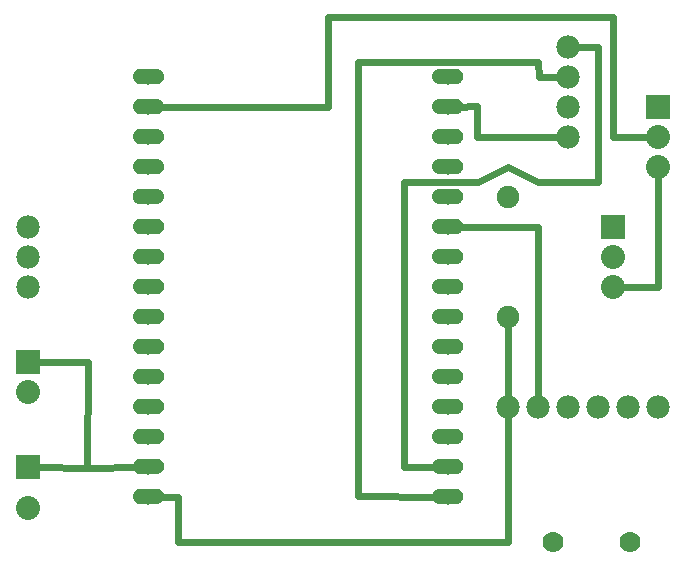
<source format=gtl>
G04 MADE WITH FRITZING*
G04 WWW.FRITZING.ORG*
G04 DOUBLE SIDED*
G04 HOLES PLATED*
G04 CONTOUR ON CENTER OF CONTOUR VECTOR*
%ASAXBY*%
%FSLAX23Y23*%
%MOIN*%
%OFA0B0*%
%SFA1.0B1.0*%
%ADD10C,0.078000*%
%ADD11C,0.070000*%
%ADD12C,0.080000*%
%ADD13C,0.075000*%
%ADD14C,0.052000*%
%ADD15R,0.080000X0.080000*%
%ADD16C,0.024000*%
%ADD17R,0.001000X0.001000*%
%LNCOPPER1*%
G90*
G70*
G54D10*
X107Y1329D03*
X107Y1229D03*
X107Y1129D03*
X1907Y1929D03*
X1907Y1829D03*
X1907Y1729D03*
X1907Y1629D03*
G54D11*
X2112Y279D03*
X1857Y279D03*
X2112Y279D03*
X1857Y279D03*
G54D10*
X2207Y729D03*
X2107Y729D03*
X2007Y729D03*
X1907Y729D03*
X1807Y729D03*
X1707Y729D03*
G54D12*
X107Y879D03*
X107Y779D03*
X107Y529D03*
X107Y392D03*
G54D13*
X1707Y1029D03*
X1707Y1429D03*
G54D12*
X2207Y1729D03*
X2207Y1629D03*
X2207Y1529D03*
X2057Y1329D03*
X2057Y1229D03*
X2057Y1129D03*
G54D14*
X1507Y429D03*
X1507Y529D03*
X1507Y629D03*
X1507Y729D03*
X1507Y829D03*
X1507Y929D03*
X1507Y1029D03*
X1507Y1129D03*
X1507Y1229D03*
X1507Y1329D03*
X1507Y1429D03*
X1507Y1529D03*
X1507Y1629D03*
X1507Y1729D03*
X1507Y1829D03*
X507Y1829D03*
X507Y1729D03*
X507Y1629D03*
X507Y1529D03*
X507Y1429D03*
X507Y1329D03*
X507Y1229D03*
X507Y1129D03*
X507Y1029D03*
X507Y929D03*
X507Y829D03*
X507Y729D03*
X507Y629D03*
X507Y529D03*
X507Y429D03*
G54D15*
X107Y879D03*
X107Y529D03*
X2207Y1729D03*
X2057Y1329D03*
G54D16*
X1207Y1879D02*
X1807Y1879D01*
D02*
X1807Y1879D02*
X1808Y1828D01*
D02*
X1207Y431D02*
X1207Y1879D01*
D02*
X1808Y1828D02*
X1876Y1829D01*
D02*
X1476Y430D02*
X1207Y431D01*
D02*
X307Y878D02*
X301Y527D01*
D02*
X301Y527D02*
X476Y529D01*
D02*
X138Y879D02*
X307Y878D01*
D02*
X301Y527D02*
X138Y529D01*
D02*
X1604Y1629D02*
X1876Y1629D01*
D02*
X1604Y1731D02*
X1604Y1629D01*
D02*
X1537Y1730D02*
X1604Y1731D01*
D02*
X607Y279D02*
X607Y429D01*
D02*
X607Y429D02*
X537Y429D01*
D02*
X1707Y279D02*
X607Y279D01*
D02*
X1707Y699D02*
X1707Y279D01*
D02*
X1807Y1329D02*
X1807Y829D01*
D02*
X1807Y829D02*
X1807Y759D01*
D02*
X1658Y1329D02*
X1807Y1329D01*
D02*
X1537Y1329D02*
X1658Y1329D01*
D02*
X1707Y759D02*
X1707Y1001D01*
D02*
X1607Y1478D02*
X1358Y1478D01*
D02*
X1707Y1529D02*
X1607Y1478D01*
D02*
X1358Y529D02*
X1476Y529D01*
D02*
X1807Y1478D02*
X1707Y1529D01*
D02*
X2007Y1929D02*
X2007Y1478D01*
D02*
X1937Y1929D02*
X2007Y1929D01*
D02*
X1358Y1478D02*
X1358Y529D01*
D02*
X2007Y1478D02*
X1807Y1478D01*
D02*
X2057Y1629D02*
X2057Y2029D01*
D02*
X1107Y2029D02*
X1107Y1729D01*
D02*
X2057Y2029D02*
X1107Y2029D01*
D02*
X1107Y1729D02*
X537Y1729D01*
D02*
X2175Y1629D02*
X2057Y1629D01*
D02*
X2207Y1498D02*
X2207Y1129D01*
D02*
X2207Y1129D02*
X2088Y1129D01*
G54D17*
X479Y1856D02*
X536Y1856D01*
X1476Y1856D02*
X1533Y1856D01*
X474Y1855D02*
X541Y1855D01*
X1471Y1855D02*
X1538Y1855D01*
X471Y1854D02*
X543Y1854D01*
X1469Y1854D02*
X1541Y1854D01*
X470Y1853D02*
X545Y1853D01*
X1467Y1853D02*
X1543Y1853D01*
X468Y1852D02*
X547Y1852D01*
X1465Y1852D02*
X1544Y1852D01*
X466Y1851D02*
X548Y1851D01*
X1464Y1851D02*
X1546Y1851D01*
X465Y1850D02*
X550Y1850D01*
X1463Y1850D02*
X1547Y1850D01*
X464Y1849D02*
X551Y1849D01*
X1461Y1849D02*
X1548Y1849D01*
X463Y1848D02*
X552Y1848D01*
X1460Y1848D02*
X1549Y1848D01*
X462Y1847D02*
X553Y1847D01*
X1460Y1847D02*
X1550Y1847D01*
X461Y1846D02*
X505Y1846D01*
X510Y1846D02*
X553Y1846D01*
X1459Y1846D02*
X1501Y1846D01*
X1507Y1846D02*
X1551Y1846D01*
X461Y1845D02*
X501Y1845D01*
X514Y1845D02*
X554Y1845D01*
X1458Y1845D02*
X1497Y1845D01*
X1511Y1845D02*
X1552Y1845D01*
X460Y1844D02*
X499Y1844D01*
X516Y1844D02*
X555Y1844D01*
X1457Y1844D02*
X1495Y1844D01*
X1513Y1844D02*
X1552Y1844D01*
X459Y1843D02*
X497Y1843D01*
X518Y1843D02*
X555Y1843D01*
X1457Y1843D02*
X1494Y1843D01*
X1514Y1843D02*
X1553Y1843D01*
X459Y1842D02*
X496Y1842D01*
X519Y1842D02*
X556Y1842D01*
X1456Y1842D02*
X1493Y1842D01*
X1515Y1842D02*
X1553Y1842D01*
X458Y1841D02*
X495Y1841D01*
X520Y1841D02*
X556Y1841D01*
X1456Y1841D02*
X1492Y1841D01*
X1516Y1841D02*
X1554Y1841D01*
X458Y1840D02*
X494Y1840D01*
X521Y1840D02*
X557Y1840D01*
X1455Y1840D02*
X1491Y1840D01*
X1517Y1840D02*
X1554Y1840D01*
X457Y1839D02*
X493Y1839D01*
X521Y1839D02*
X557Y1839D01*
X1455Y1839D02*
X1490Y1839D01*
X1518Y1839D02*
X1555Y1839D01*
X457Y1838D02*
X493Y1838D01*
X522Y1838D02*
X558Y1838D01*
X1454Y1838D02*
X1489Y1838D01*
X1519Y1838D02*
X1555Y1838D01*
X457Y1837D02*
X492Y1837D01*
X523Y1837D02*
X558Y1837D01*
X1454Y1837D02*
X1489Y1837D01*
X1519Y1837D02*
X1555Y1837D01*
X457Y1836D02*
X492Y1836D01*
X523Y1836D02*
X558Y1836D01*
X1454Y1836D02*
X1488Y1836D01*
X1520Y1836D02*
X1556Y1836D01*
X456Y1835D02*
X492Y1835D01*
X523Y1835D02*
X558Y1835D01*
X1454Y1835D02*
X1488Y1835D01*
X1520Y1835D02*
X1556Y1835D01*
X456Y1834D02*
X491Y1834D01*
X524Y1834D02*
X559Y1834D01*
X1454Y1834D02*
X1488Y1834D01*
X1520Y1834D02*
X1556Y1834D01*
X456Y1833D02*
X491Y1833D01*
X524Y1833D02*
X559Y1833D01*
X1453Y1833D02*
X1488Y1833D01*
X1520Y1833D02*
X1556Y1833D01*
X456Y1832D02*
X491Y1832D01*
X524Y1832D02*
X559Y1832D01*
X1453Y1832D02*
X1487Y1832D01*
X1521Y1832D02*
X1556Y1832D01*
X456Y1831D02*
X491Y1831D01*
X524Y1831D02*
X559Y1831D01*
X1453Y1831D02*
X1487Y1831D01*
X1521Y1831D02*
X1556Y1831D01*
X456Y1830D02*
X491Y1830D01*
X524Y1830D02*
X559Y1830D01*
X1453Y1830D02*
X1487Y1830D01*
X1521Y1830D02*
X1556Y1830D01*
X456Y1829D02*
X491Y1829D01*
X524Y1829D02*
X559Y1829D01*
X1453Y1829D02*
X1487Y1829D01*
X1521Y1829D02*
X1556Y1829D01*
X456Y1828D02*
X491Y1828D01*
X524Y1828D02*
X559Y1828D01*
X1453Y1828D02*
X1487Y1828D01*
X1521Y1828D02*
X1556Y1828D01*
X456Y1827D02*
X491Y1827D01*
X524Y1827D02*
X559Y1827D01*
X1454Y1827D02*
X1488Y1827D01*
X1520Y1827D02*
X1556Y1827D01*
X456Y1826D02*
X491Y1826D01*
X524Y1826D02*
X558Y1826D01*
X1454Y1826D02*
X1488Y1826D01*
X1520Y1826D02*
X1556Y1826D01*
X456Y1825D02*
X492Y1825D01*
X523Y1825D02*
X558Y1825D01*
X1454Y1825D02*
X1488Y1825D01*
X1520Y1825D02*
X1556Y1825D01*
X457Y1824D02*
X492Y1824D01*
X523Y1824D02*
X558Y1824D01*
X1454Y1824D02*
X1489Y1824D01*
X1519Y1824D02*
X1555Y1824D01*
X457Y1823D02*
X492Y1823D01*
X522Y1823D02*
X558Y1823D01*
X1454Y1823D02*
X1489Y1823D01*
X1519Y1823D02*
X1555Y1823D01*
X457Y1822D02*
X493Y1822D01*
X522Y1822D02*
X557Y1822D01*
X1455Y1822D02*
X1490Y1822D01*
X1518Y1822D02*
X1555Y1822D01*
X458Y1821D02*
X494Y1821D01*
X521Y1821D02*
X557Y1821D01*
X1455Y1821D02*
X1490Y1821D01*
X1518Y1821D02*
X1555Y1821D01*
X458Y1820D02*
X494Y1820D01*
X520Y1820D02*
X557Y1820D01*
X1455Y1820D02*
X1491Y1820D01*
X1517Y1820D02*
X1554Y1820D01*
X459Y1819D02*
X495Y1819D01*
X519Y1819D02*
X556Y1819D01*
X1456Y1819D02*
X1492Y1819D01*
X1516Y1819D02*
X1554Y1819D01*
X459Y1818D02*
X496Y1818D01*
X518Y1818D02*
X556Y1818D01*
X1456Y1818D02*
X1493Y1818D01*
X1515Y1818D02*
X1553Y1818D01*
X460Y1817D02*
X498Y1817D01*
X517Y1817D02*
X555Y1817D01*
X1457Y1817D02*
X1494Y1817D01*
X1514Y1817D02*
X1553Y1817D01*
X460Y1816D02*
X499Y1816D01*
X515Y1816D02*
X555Y1816D01*
X1458Y1816D02*
X1496Y1816D01*
X1512Y1816D02*
X1552Y1816D01*
X461Y1815D02*
X502Y1815D01*
X513Y1815D02*
X554Y1815D01*
X1458Y1815D02*
X1498Y1815D01*
X1510Y1815D02*
X1551Y1815D01*
X462Y1814D02*
X553Y1814D01*
X1459Y1814D02*
X1550Y1814D01*
X463Y1813D02*
X552Y1813D01*
X1460Y1813D02*
X1550Y1813D01*
X463Y1812D02*
X551Y1812D01*
X1461Y1812D02*
X1549Y1812D01*
X465Y1811D02*
X550Y1811D01*
X1462Y1811D02*
X1548Y1811D01*
X466Y1810D02*
X549Y1810D01*
X1463Y1810D02*
X1546Y1810D01*
X467Y1809D02*
X548Y1809D01*
X1464Y1809D02*
X1545Y1809D01*
X469Y1808D02*
X546Y1808D01*
X1466Y1808D02*
X1544Y1808D01*
X470Y1807D02*
X544Y1807D01*
X1468Y1807D02*
X1542Y1807D01*
X473Y1806D02*
X542Y1806D01*
X1470Y1806D02*
X1540Y1806D01*
X476Y1805D02*
X539Y1805D01*
X1473Y1805D02*
X1536Y1805D01*
X478Y1756D02*
X536Y1756D01*
X1476Y1756D02*
X1534Y1756D01*
X474Y1755D02*
X541Y1755D01*
X1471Y1755D02*
X1538Y1755D01*
X471Y1754D02*
X543Y1754D01*
X1469Y1754D02*
X1541Y1754D01*
X470Y1753D02*
X545Y1753D01*
X1467Y1753D02*
X1543Y1753D01*
X468Y1752D02*
X547Y1752D01*
X1465Y1752D02*
X1544Y1752D01*
X466Y1751D02*
X548Y1751D01*
X1464Y1751D02*
X1546Y1751D01*
X465Y1750D02*
X550Y1750D01*
X1463Y1750D02*
X1547Y1750D01*
X464Y1749D02*
X551Y1749D01*
X1461Y1749D02*
X1548Y1749D01*
X463Y1748D02*
X552Y1748D01*
X1460Y1748D02*
X1549Y1748D01*
X462Y1747D02*
X553Y1747D01*
X1460Y1747D02*
X1550Y1747D01*
X461Y1746D02*
X504Y1746D01*
X510Y1746D02*
X553Y1746D01*
X1459Y1746D02*
X1501Y1746D01*
X1507Y1746D02*
X1551Y1746D01*
X461Y1745D02*
X501Y1745D01*
X514Y1745D02*
X554Y1745D01*
X1458Y1745D02*
X1497Y1745D01*
X1511Y1745D02*
X1552Y1745D01*
X460Y1744D02*
X499Y1744D01*
X516Y1744D02*
X555Y1744D01*
X1457Y1744D02*
X1495Y1744D01*
X1513Y1744D02*
X1552Y1744D01*
X459Y1743D02*
X497Y1743D01*
X518Y1743D02*
X555Y1743D01*
X1457Y1743D02*
X1494Y1743D01*
X1514Y1743D02*
X1553Y1743D01*
X459Y1742D02*
X496Y1742D01*
X519Y1742D02*
X556Y1742D01*
X1456Y1742D02*
X1493Y1742D01*
X1515Y1742D02*
X1553Y1742D01*
X458Y1741D02*
X495Y1741D01*
X520Y1741D02*
X556Y1741D01*
X1456Y1741D02*
X1492Y1741D01*
X1516Y1741D02*
X1554Y1741D01*
X458Y1740D02*
X494Y1740D01*
X521Y1740D02*
X557Y1740D01*
X1455Y1740D02*
X1491Y1740D01*
X1517Y1740D02*
X1554Y1740D01*
X457Y1739D02*
X493Y1739D01*
X521Y1739D02*
X557Y1739D01*
X1455Y1739D02*
X1490Y1739D01*
X1518Y1739D02*
X1555Y1739D01*
X457Y1738D02*
X493Y1738D01*
X522Y1738D02*
X558Y1738D01*
X1454Y1738D02*
X1489Y1738D01*
X1519Y1738D02*
X1555Y1738D01*
X457Y1737D02*
X492Y1737D01*
X523Y1737D02*
X558Y1737D01*
X1454Y1737D02*
X1489Y1737D01*
X1519Y1737D02*
X1555Y1737D01*
X457Y1736D02*
X492Y1736D01*
X523Y1736D02*
X558Y1736D01*
X1454Y1736D02*
X1488Y1736D01*
X1520Y1736D02*
X1556Y1736D01*
X456Y1735D02*
X491Y1735D01*
X523Y1735D02*
X558Y1735D01*
X1454Y1735D02*
X1488Y1735D01*
X1520Y1735D02*
X1556Y1735D01*
X456Y1734D02*
X491Y1734D01*
X524Y1734D02*
X559Y1734D01*
X1454Y1734D02*
X1488Y1734D01*
X1520Y1734D02*
X1556Y1734D01*
X456Y1733D02*
X491Y1733D01*
X524Y1733D02*
X559Y1733D01*
X1453Y1733D02*
X1488Y1733D01*
X1520Y1733D02*
X1556Y1733D01*
X456Y1732D02*
X491Y1732D01*
X524Y1732D02*
X559Y1732D01*
X1453Y1732D02*
X1487Y1732D01*
X1521Y1732D02*
X1556Y1732D01*
X456Y1731D02*
X491Y1731D01*
X524Y1731D02*
X559Y1731D01*
X1453Y1731D02*
X1487Y1731D01*
X1521Y1731D02*
X1556Y1731D01*
X456Y1730D02*
X491Y1730D01*
X524Y1730D02*
X559Y1730D01*
X1453Y1730D02*
X1487Y1730D01*
X1521Y1730D02*
X1556Y1730D01*
X456Y1729D02*
X491Y1729D01*
X524Y1729D02*
X559Y1729D01*
X1453Y1729D02*
X1487Y1729D01*
X1521Y1729D02*
X1556Y1729D01*
X456Y1728D02*
X491Y1728D01*
X524Y1728D02*
X559Y1728D01*
X1453Y1728D02*
X1488Y1728D01*
X1521Y1728D02*
X1556Y1728D01*
X456Y1727D02*
X491Y1727D01*
X524Y1727D02*
X559Y1727D01*
X1454Y1727D02*
X1488Y1727D01*
X1520Y1727D02*
X1556Y1727D01*
X456Y1726D02*
X491Y1726D01*
X523Y1726D02*
X558Y1726D01*
X1454Y1726D02*
X1488Y1726D01*
X1520Y1726D02*
X1556Y1726D01*
X456Y1725D02*
X492Y1725D01*
X523Y1725D02*
X558Y1725D01*
X1454Y1725D02*
X1488Y1725D01*
X1520Y1725D02*
X1556Y1725D01*
X457Y1724D02*
X492Y1724D01*
X523Y1724D02*
X558Y1724D01*
X1454Y1724D02*
X1489Y1724D01*
X1519Y1724D02*
X1556Y1724D01*
X457Y1723D02*
X492Y1723D01*
X522Y1723D02*
X558Y1723D01*
X1454Y1723D02*
X1489Y1723D01*
X1519Y1723D02*
X1555Y1723D01*
X457Y1722D02*
X493Y1722D01*
X522Y1722D02*
X557Y1722D01*
X1455Y1722D02*
X1490Y1722D01*
X1518Y1722D02*
X1555Y1722D01*
X458Y1721D02*
X494Y1721D01*
X521Y1721D02*
X557Y1721D01*
X1455Y1721D02*
X1490Y1721D01*
X1518Y1721D02*
X1555Y1721D01*
X458Y1720D02*
X494Y1720D01*
X520Y1720D02*
X557Y1720D01*
X1455Y1720D02*
X1491Y1720D01*
X1517Y1720D02*
X1554Y1720D01*
X459Y1719D02*
X495Y1719D01*
X519Y1719D02*
X556Y1719D01*
X1456Y1719D02*
X1492Y1719D01*
X1516Y1719D02*
X1554Y1719D01*
X459Y1718D02*
X496Y1718D01*
X518Y1718D02*
X556Y1718D01*
X1457Y1718D02*
X1493Y1718D01*
X1515Y1718D02*
X1553Y1718D01*
X460Y1717D02*
X498Y1717D01*
X517Y1717D02*
X555Y1717D01*
X1457Y1717D02*
X1494Y1717D01*
X1514Y1717D02*
X1553Y1717D01*
X460Y1716D02*
X499Y1716D01*
X515Y1716D02*
X555Y1716D01*
X1458Y1716D02*
X1496Y1716D01*
X1512Y1716D02*
X1552Y1716D01*
X461Y1715D02*
X502Y1715D01*
X513Y1715D02*
X554Y1715D01*
X1458Y1715D02*
X1499Y1715D01*
X1510Y1715D02*
X1551Y1715D01*
X462Y1714D02*
X553Y1714D01*
X1459Y1714D02*
X1550Y1714D01*
X463Y1713D02*
X552Y1713D01*
X1460Y1713D02*
X1550Y1713D01*
X463Y1712D02*
X551Y1712D01*
X1461Y1712D02*
X1549Y1712D01*
X465Y1711D02*
X550Y1711D01*
X1462Y1711D02*
X1548Y1711D01*
X466Y1710D02*
X549Y1710D01*
X1463Y1710D02*
X1546Y1710D01*
X467Y1709D02*
X548Y1709D01*
X1464Y1709D02*
X1545Y1709D01*
X469Y1708D02*
X546Y1708D01*
X1466Y1708D02*
X1544Y1708D01*
X471Y1707D02*
X544Y1707D01*
X1468Y1707D02*
X1542Y1707D01*
X473Y1706D02*
X542Y1706D01*
X1470Y1706D02*
X1540Y1706D01*
X476Y1705D02*
X539Y1705D01*
X1473Y1705D02*
X1536Y1705D01*
X478Y1656D02*
X536Y1656D01*
X1476Y1656D02*
X1534Y1656D01*
X474Y1655D02*
X541Y1655D01*
X1471Y1655D02*
X1538Y1655D01*
X471Y1654D02*
X543Y1654D01*
X1469Y1654D02*
X1541Y1654D01*
X469Y1653D02*
X545Y1653D01*
X1467Y1653D02*
X1543Y1653D01*
X468Y1652D02*
X547Y1652D01*
X1465Y1652D02*
X1544Y1652D01*
X466Y1651D02*
X548Y1651D01*
X1464Y1651D02*
X1546Y1651D01*
X465Y1650D02*
X550Y1650D01*
X1463Y1650D02*
X1547Y1650D01*
X464Y1649D02*
X551Y1649D01*
X1461Y1649D02*
X1548Y1649D01*
X463Y1648D02*
X552Y1648D01*
X1460Y1648D02*
X1549Y1648D01*
X462Y1647D02*
X553Y1647D01*
X1460Y1647D02*
X1550Y1647D01*
X461Y1646D02*
X504Y1646D01*
X511Y1646D02*
X553Y1646D01*
X1459Y1646D02*
X1501Y1646D01*
X1507Y1646D02*
X1551Y1646D01*
X461Y1645D02*
X501Y1645D01*
X514Y1645D02*
X554Y1645D01*
X1458Y1645D02*
X1497Y1645D01*
X1511Y1645D02*
X1552Y1645D01*
X460Y1644D02*
X499Y1644D01*
X516Y1644D02*
X555Y1644D01*
X1457Y1644D02*
X1495Y1644D01*
X1513Y1644D02*
X1552Y1644D01*
X459Y1643D02*
X497Y1643D01*
X518Y1643D02*
X555Y1643D01*
X1457Y1643D02*
X1494Y1643D01*
X1514Y1643D02*
X1553Y1643D01*
X459Y1642D02*
X496Y1642D01*
X519Y1642D02*
X556Y1642D01*
X1456Y1642D02*
X1493Y1642D01*
X1515Y1642D02*
X1553Y1642D01*
X458Y1641D02*
X495Y1641D01*
X520Y1641D02*
X556Y1641D01*
X1456Y1641D02*
X1492Y1641D01*
X1516Y1641D02*
X1554Y1641D01*
X458Y1640D02*
X494Y1640D01*
X521Y1640D02*
X557Y1640D01*
X1455Y1640D02*
X1491Y1640D01*
X1517Y1640D02*
X1554Y1640D01*
X457Y1639D02*
X493Y1639D01*
X521Y1639D02*
X557Y1639D01*
X1455Y1639D02*
X1490Y1639D01*
X1518Y1639D02*
X1555Y1639D01*
X457Y1638D02*
X493Y1638D01*
X522Y1638D02*
X558Y1638D01*
X1454Y1638D02*
X1489Y1638D01*
X1519Y1638D02*
X1555Y1638D01*
X457Y1637D02*
X492Y1637D01*
X523Y1637D02*
X558Y1637D01*
X1454Y1637D02*
X1489Y1637D01*
X1519Y1637D02*
X1555Y1637D01*
X457Y1636D02*
X492Y1636D01*
X523Y1636D02*
X558Y1636D01*
X1454Y1636D02*
X1488Y1636D01*
X1520Y1636D02*
X1556Y1636D01*
X456Y1635D02*
X491Y1635D01*
X523Y1635D02*
X558Y1635D01*
X1454Y1635D02*
X1488Y1635D01*
X1520Y1635D02*
X1556Y1635D01*
X456Y1634D02*
X491Y1634D01*
X524Y1634D02*
X559Y1634D01*
X1454Y1634D02*
X1488Y1634D01*
X1520Y1634D02*
X1556Y1634D01*
X456Y1633D02*
X491Y1633D01*
X524Y1633D02*
X559Y1633D01*
X1453Y1633D02*
X1488Y1633D01*
X1520Y1633D02*
X1556Y1633D01*
X456Y1632D02*
X491Y1632D01*
X524Y1632D02*
X559Y1632D01*
X1453Y1632D02*
X1487Y1632D01*
X1521Y1632D02*
X1556Y1632D01*
X456Y1631D02*
X491Y1631D01*
X524Y1631D02*
X559Y1631D01*
X1453Y1631D02*
X1487Y1631D01*
X1521Y1631D02*
X1556Y1631D01*
X456Y1630D02*
X491Y1630D01*
X524Y1630D02*
X559Y1630D01*
X1453Y1630D02*
X1487Y1630D01*
X1521Y1630D02*
X1556Y1630D01*
X456Y1629D02*
X491Y1629D01*
X524Y1629D02*
X559Y1629D01*
X1453Y1629D02*
X1487Y1629D01*
X1521Y1629D02*
X1556Y1629D01*
X456Y1628D02*
X491Y1628D01*
X524Y1628D02*
X559Y1628D01*
X1453Y1628D02*
X1488Y1628D01*
X1521Y1628D02*
X1556Y1628D01*
X456Y1627D02*
X491Y1627D01*
X524Y1627D02*
X559Y1627D01*
X1454Y1627D02*
X1488Y1627D01*
X1520Y1627D02*
X1556Y1627D01*
X456Y1626D02*
X491Y1626D01*
X523Y1626D02*
X558Y1626D01*
X1454Y1626D02*
X1488Y1626D01*
X1520Y1626D02*
X1556Y1626D01*
X456Y1625D02*
X492Y1625D01*
X523Y1625D02*
X558Y1625D01*
X1454Y1625D02*
X1488Y1625D01*
X1520Y1625D02*
X1556Y1625D01*
X457Y1624D02*
X492Y1624D01*
X523Y1624D02*
X558Y1624D01*
X1454Y1624D02*
X1489Y1624D01*
X1519Y1624D02*
X1555Y1624D01*
X457Y1623D02*
X492Y1623D01*
X522Y1623D02*
X558Y1623D01*
X1454Y1623D02*
X1489Y1623D01*
X1519Y1623D02*
X1555Y1623D01*
X457Y1622D02*
X493Y1622D01*
X522Y1622D02*
X557Y1622D01*
X1455Y1622D02*
X1490Y1622D01*
X1518Y1622D02*
X1555Y1622D01*
X458Y1621D02*
X494Y1621D01*
X521Y1621D02*
X557Y1621D01*
X1455Y1621D02*
X1490Y1621D01*
X1518Y1621D02*
X1554Y1621D01*
X458Y1620D02*
X494Y1620D01*
X520Y1620D02*
X557Y1620D01*
X1455Y1620D02*
X1491Y1620D01*
X1517Y1620D02*
X1554Y1620D01*
X459Y1619D02*
X495Y1619D01*
X519Y1619D02*
X556Y1619D01*
X1456Y1619D02*
X1492Y1619D01*
X1516Y1619D02*
X1554Y1619D01*
X459Y1618D02*
X496Y1618D01*
X518Y1618D02*
X556Y1618D01*
X1457Y1618D02*
X1493Y1618D01*
X1515Y1618D02*
X1553Y1618D01*
X460Y1617D02*
X498Y1617D01*
X517Y1617D02*
X555Y1617D01*
X1457Y1617D02*
X1494Y1617D01*
X1514Y1617D02*
X1552Y1617D01*
X460Y1616D02*
X500Y1616D01*
X515Y1616D02*
X555Y1616D01*
X1458Y1616D02*
X1496Y1616D01*
X1512Y1616D02*
X1552Y1616D01*
X461Y1615D02*
X502Y1615D01*
X513Y1615D02*
X554Y1615D01*
X1458Y1615D02*
X1499Y1615D01*
X1509Y1615D02*
X1551Y1615D01*
X462Y1614D02*
X553Y1614D01*
X1459Y1614D02*
X1550Y1614D01*
X463Y1613D02*
X552Y1613D01*
X1460Y1613D02*
X1550Y1613D01*
X463Y1612D02*
X551Y1612D01*
X1461Y1612D02*
X1549Y1612D01*
X465Y1611D02*
X550Y1611D01*
X1462Y1611D02*
X1548Y1611D01*
X466Y1610D02*
X549Y1610D01*
X1463Y1610D02*
X1546Y1610D01*
X467Y1609D02*
X548Y1609D01*
X1464Y1609D02*
X1545Y1609D01*
X469Y1608D02*
X546Y1608D01*
X1466Y1608D02*
X1543Y1608D01*
X471Y1607D02*
X544Y1607D01*
X1468Y1607D02*
X1542Y1607D01*
X473Y1606D02*
X542Y1606D01*
X1470Y1606D02*
X1539Y1606D01*
X476Y1605D02*
X539Y1605D01*
X1473Y1605D02*
X1536Y1605D01*
X478Y1556D02*
X537Y1556D01*
X1475Y1556D02*
X1534Y1556D01*
X474Y1555D02*
X541Y1555D01*
X1471Y1555D02*
X1538Y1555D01*
X471Y1554D02*
X543Y1554D01*
X1469Y1554D02*
X1541Y1554D01*
X469Y1553D02*
X545Y1553D01*
X1467Y1553D02*
X1543Y1553D01*
X468Y1552D02*
X547Y1552D01*
X1465Y1552D02*
X1545Y1552D01*
X466Y1551D02*
X548Y1551D01*
X1464Y1551D02*
X1546Y1551D01*
X465Y1550D02*
X550Y1550D01*
X1462Y1550D02*
X1547Y1550D01*
X464Y1549D02*
X551Y1549D01*
X1461Y1549D02*
X1548Y1549D01*
X463Y1548D02*
X552Y1548D01*
X1460Y1548D02*
X1549Y1548D01*
X462Y1547D02*
X553Y1547D01*
X1460Y1547D02*
X1550Y1547D01*
X461Y1546D02*
X504Y1546D01*
X511Y1546D02*
X553Y1546D01*
X1459Y1546D02*
X1501Y1546D01*
X1508Y1546D02*
X1551Y1546D01*
X460Y1545D02*
X500Y1545D01*
X514Y1545D02*
X554Y1545D01*
X1458Y1545D02*
X1497Y1545D01*
X1511Y1545D02*
X1552Y1545D01*
X460Y1544D02*
X498Y1544D01*
X516Y1544D02*
X555Y1544D01*
X1457Y1544D02*
X1495Y1544D01*
X1513Y1544D02*
X1552Y1544D01*
X459Y1543D02*
X497Y1543D01*
X518Y1543D02*
X555Y1543D01*
X1457Y1543D02*
X1494Y1543D01*
X1515Y1543D02*
X1553Y1543D01*
X459Y1542D02*
X496Y1542D01*
X519Y1542D02*
X556Y1542D01*
X1456Y1542D02*
X1492Y1542D01*
X1516Y1542D02*
X1553Y1542D01*
X458Y1541D02*
X495Y1541D01*
X520Y1541D02*
X556Y1541D01*
X1456Y1541D02*
X1491Y1541D01*
X1517Y1541D02*
X1554Y1541D01*
X458Y1540D02*
X494Y1540D01*
X521Y1540D02*
X557Y1540D01*
X1455Y1540D02*
X1491Y1540D01*
X1518Y1540D02*
X1554Y1540D01*
X457Y1539D02*
X493Y1539D01*
X522Y1539D02*
X557Y1539D01*
X1455Y1539D02*
X1490Y1539D01*
X1518Y1539D02*
X1555Y1539D01*
X457Y1538D02*
X493Y1538D01*
X522Y1538D02*
X558Y1538D01*
X1454Y1538D02*
X1489Y1538D01*
X1519Y1538D02*
X1555Y1538D01*
X457Y1537D02*
X492Y1537D01*
X523Y1537D02*
X558Y1537D01*
X1454Y1537D02*
X1489Y1537D01*
X1519Y1537D02*
X1555Y1537D01*
X457Y1536D02*
X492Y1536D01*
X523Y1536D02*
X558Y1536D01*
X1454Y1536D02*
X1488Y1536D01*
X1520Y1536D02*
X1556Y1536D01*
X456Y1535D02*
X491Y1535D01*
X523Y1535D02*
X558Y1535D01*
X1454Y1535D02*
X1488Y1535D01*
X1520Y1535D02*
X1556Y1535D01*
X456Y1534D02*
X491Y1534D01*
X524Y1534D02*
X559Y1534D01*
X1454Y1534D02*
X1488Y1534D01*
X1520Y1534D02*
X1556Y1534D01*
X456Y1533D02*
X491Y1533D01*
X524Y1533D02*
X559Y1533D01*
X1453Y1533D02*
X1487Y1533D01*
X1521Y1533D02*
X1556Y1533D01*
X456Y1532D02*
X491Y1532D01*
X524Y1532D02*
X559Y1532D01*
X1453Y1532D02*
X1487Y1532D01*
X1521Y1532D02*
X1556Y1532D01*
X456Y1531D02*
X491Y1531D01*
X524Y1531D02*
X559Y1531D01*
X1453Y1531D02*
X1487Y1531D01*
X1521Y1531D02*
X1556Y1531D01*
X456Y1530D02*
X491Y1530D01*
X524Y1530D02*
X559Y1530D01*
X1453Y1530D02*
X1487Y1530D01*
X1521Y1530D02*
X1556Y1530D01*
X456Y1529D02*
X491Y1529D01*
X524Y1529D02*
X559Y1529D01*
X1453Y1529D02*
X1487Y1529D01*
X1521Y1529D02*
X1556Y1529D01*
X456Y1528D02*
X491Y1528D01*
X524Y1528D02*
X559Y1528D01*
X1453Y1528D02*
X1487Y1528D01*
X1521Y1528D02*
X1556Y1528D01*
X456Y1527D02*
X491Y1527D01*
X524Y1527D02*
X559Y1527D01*
X1454Y1527D02*
X1488Y1527D01*
X1520Y1527D02*
X1556Y1527D01*
X456Y1526D02*
X491Y1526D01*
X524Y1526D02*
X558Y1526D01*
X1454Y1526D02*
X1488Y1526D01*
X1520Y1526D02*
X1556Y1526D01*
X456Y1525D02*
X492Y1525D01*
X523Y1525D02*
X558Y1525D01*
X1454Y1525D02*
X1488Y1525D01*
X1520Y1525D02*
X1556Y1525D01*
X457Y1524D02*
X492Y1524D01*
X523Y1524D02*
X558Y1524D01*
X1454Y1524D02*
X1489Y1524D01*
X1520Y1524D02*
X1555Y1524D01*
X457Y1523D02*
X492Y1523D01*
X522Y1523D02*
X558Y1523D01*
X1454Y1523D02*
X1489Y1523D01*
X1519Y1523D02*
X1555Y1523D01*
X457Y1522D02*
X493Y1522D01*
X522Y1522D02*
X557Y1522D01*
X1455Y1522D02*
X1490Y1522D01*
X1519Y1522D02*
X1555Y1522D01*
X458Y1521D02*
X494Y1521D01*
X521Y1521D02*
X557Y1521D01*
X1455Y1521D02*
X1490Y1521D01*
X1518Y1521D02*
X1555Y1521D01*
X458Y1520D02*
X494Y1520D01*
X520Y1520D02*
X557Y1520D01*
X1455Y1520D02*
X1491Y1520D01*
X1517Y1520D02*
X1554Y1520D01*
X459Y1519D02*
X495Y1519D01*
X520Y1519D02*
X556Y1519D01*
X1456Y1519D02*
X1492Y1519D01*
X1516Y1519D02*
X1554Y1519D01*
X459Y1518D02*
X496Y1518D01*
X518Y1518D02*
X556Y1518D01*
X1457Y1518D02*
X1493Y1518D01*
X1515Y1518D02*
X1553Y1518D01*
X460Y1517D02*
X498Y1517D01*
X517Y1517D02*
X555Y1517D01*
X1457Y1517D02*
X1494Y1517D01*
X1514Y1517D02*
X1553Y1517D01*
X460Y1516D02*
X499Y1516D01*
X515Y1516D02*
X554Y1516D01*
X1458Y1516D02*
X1496Y1516D01*
X1512Y1516D02*
X1552Y1516D01*
X461Y1515D02*
X502Y1515D01*
X513Y1515D02*
X554Y1515D01*
X1458Y1515D02*
X1499Y1515D01*
X1509Y1515D02*
X1551Y1515D01*
X462Y1514D02*
X553Y1514D01*
X1459Y1514D02*
X1550Y1514D01*
X463Y1513D02*
X552Y1513D01*
X1460Y1513D02*
X1550Y1513D01*
X464Y1512D02*
X551Y1512D01*
X1461Y1512D02*
X1549Y1512D01*
X465Y1511D02*
X550Y1511D01*
X1462Y1511D02*
X1548Y1511D01*
X466Y1510D02*
X549Y1510D01*
X1463Y1510D02*
X1546Y1510D01*
X467Y1509D02*
X548Y1509D01*
X1465Y1509D02*
X1545Y1509D01*
X469Y1508D02*
X546Y1508D01*
X1466Y1508D02*
X1543Y1508D01*
X471Y1507D02*
X544Y1507D01*
X1468Y1507D02*
X1542Y1507D01*
X473Y1506D02*
X542Y1506D01*
X1470Y1506D02*
X1539Y1506D01*
X476Y1505D02*
X539Y1505D01*
X1474Y1505D02*
X1536Y1505D01*
X477Y1456D02*
X536Y1456D01*
X1475Y1456D02*
X1534Y1456D01*
X473Y1455D02*
X540Y1455D01*
X1471Y1455D02*
X1538Y1455D01*
X470Y1454D02*
X542Y1454D01*
X1469Y1454D02*
X1541Y1454D01*
X468Y1453D02*
X544Y1453D01*
X1467Y1453D02*
X1543Y1453D01*
X467Y1452D02*
X546Y1452D01*
X1465Y1452D02*
X1545Y1452D01*
X465Y1451D02*
X547Y1451D01*
X1464Y1451D02*
X1546Y1451D01*
X464Y1450D02*
X549Y1450D01*
X1462Y1450D02*
X1547Y1450D01*
X463Y1449D02*
X550Y1449D01*
X1461Y1449D02*
X1548Y1449D01*
X462Y1448D02*
X551Y1448D01*
X1460Y1448D02*
X1549Y1448D01*
X461Y1447D02*
X552Y1447D01*
X1459Y1447D02*
X1550Y1447D01*
X460Y1446D02*
X503Y1446D01*
X510Y1446D02*
X552Y1446D01*
X1459Y1446D02*
X1501Y1446D01*
X1507Y1446D02*
X1551Y1446D01*
X459Y1445D02*
X500Y1445D01*
X513Y1445D02*
X553Y1445D01*
X1458Y1445D02*
X1497Y1445D01*
X1511Y1445D02*
X1552Y1445D01*
X459Y1444D02*
X498Y1444D01*
X515Y1444D02*
X554Y1444D01*
X1457Y1444D02*
X1495Y1444D01*
X1513Y1444D02*
X1552Y1444D01*
X458Y1443D02*
X496Y1443D01*
X516Y1443D02*
X554Y1443D01*
X1457Y1443D02*
X1494Y1443D01*
X1514Y1443D02*
X1553Y1443D01*
X458Y1442D02*
X495Y1442D01*
X518Y1442D02*
X555Y1442D01*
X1456Y1442D02*
X1493Y1442D01*
X1515Y1442D02*
X1553Y1442D01*
X457Y1441D02*
X494Y1441D01*
X519Y1441D02*
X555Y1441D01*
X1456Y1441D02*
X1492Y1441D01*
X1516Y1441D02*
X1554Y1441D01*
X457Y1440D02*
X493Y1440D01*
X520Y1440D02*
X556Y1440D01*
X1455Y1440D02*
X1491Y1440D01*
X1517Y1440D02*
X1554Y1440D01*
X456Y1439D02*
X492Y1439D01*
X520Y1439D02*
X556Y1439D01*
X1455Y1439D02*
X1490Y1439D01*
X1518Y1439D02*
X1555Y1439D01*
X456Y1438D02*
X492Y1438D01*
X521Y1438D02*
X557Y1438D01*
X1454Y1438D02*
X1490Y1438D01*
X1518Y1438D02*
X1555Y1438D01*
X456Y1437D02*
X491Y1437D01*
X521Y1437D02*
X557Y1437D01*
X1454Y1437D02*
X1489Y1437D01*
X1519Y1437D02*
X1555Y1437D01*
X456Y1436D02*
X491Y1436D01*
X522Y1436D02*
X557Y1436D01*
X1454Y1436D02*
X1489Y1436D01*
X1519Y1436D02*
X1556Y1436D01*
X455Y1435D02*
X491Y1435D01*
X522Y1435D02*
X557Y1435D01*
X1454Y1435D02*
X1488Y1435D01*
X1520Y1435D02*
X1556Y1435D01*
X455Y1434D02*
X490Y1434D01*
X522Y1434D02*
X558Y1434D01*
X1454Y1434D02*
X1488Y1434D01*
X1520Y1434D02*
X1556Y1434D01*
X455Y1433D02*
X490Y1433D01*
X523Y1433D02*
X558Y1433D01*
X1453Y1433D02*
X1488Y1433D01*
X1520Y1433D02*
X1556Y1433D01*
X455Y1432D02*
X490Y1432D01*
X523Y1432D02*
X558Y1432D01*
X1453Y1432D02*
X1488Y1432D01*
X1520Y1432D02*
X1556Y1432D01*
X455Y1431D02*
X490Y1431D01*
X523Y1431D02*
X558Y1431D01*
X1453Y1431D02*
X1488Y1431D01*
X1520Y1431D02*
X1556Y1431D01*
X455Y1430D02*
X490Y1430D01*
X523Y1430D02*
X558Y1430D01*
X1453Y1430D02*
X1488Y1430D01*
X1520Y1430D02*
X1556Y1430D01*
X455Y1429D02*
X490Y1429D01*
X523Y1429D02*
X558Y1429D01*
X1453Y1429D02*
X1488Y1429D01*
X1520Y1429D02*
X1556Y1429D01*
X455Y1428D02*
X490Y1428D01*
X523Y1428D02*
X558Y1428D01*
X1453Y1428D02*
X1488Y1428D01*
X1520Y1428D02*
X1556Y1428D01*
X455Y1427D02*
X490Y1427D01*
X522Y1427D02*
X558Y1427D01*
X1454Y1427D02*
X1488Y1427D01*
X1520Y1427D02*
X1556Y1427D01*
X455Y1426D02*
X491Y1426D01*
X522Y1426D02*
X557Y1426D01*
X1454Y1426D02*
X1488Y1426D01*
X1520Y1426D02*
X1556Y1426D01*
X455Y1425D02*
X491Y1425D01*
X522Y1425D02*
X557Y1425D01*
X1454Y1425D02*
X1488Y1425D01*
X1520Y1425D02*
X1556Y1425D01*
X456Y1424D02*
X491Y1424D01*
X522Y1424D02*
X557Y1424D01*
X1454Y1424D02*
X1489Y1424D01*
X1519Y1424D02*
X1555Y1424D01*
X456Y1423D02*
X492Y1423D01*
X521Y1423D02*
X557Y1423D01*
X1454Y1423D02*
X1489Y1423D01*
X1519Y1423D02*
X1555Y1423D01*
X456Y1422D02*
X492Y1422D01*
X520Y1422D02*
X556Y1422D01*
X1455Y1422D02*
X1490Y1422D01*
X1518Y1422D02*
X1555Y1422D01*
X457Y1421D02*
X493Y1421D01*
X520Y1421D02*
X556Y1421D01*
X1455Y1421D02*
X1491Y1421D01*
X1517Y1421D02*
X1554Y1421D01*
X457Y1420D02*
X494Y1420D01*
X519Y1420D02*
X556Y1420D01*
X1455Y1420D02*
X1491Y1420D01*
X1517Y1420D02*
X1554Y1420D01*
X458Y1419D02*
X495Y1419D01*
X518Y1419D02*
X555Y1419D01*
X1456Y1419D02*
X1492Y1419D01*
X1516Y1419D02*
X1554Y1419D01*
X458Y1418D02*
X496Y1418D01*
X517Y1418D02*
X555Y1418D01*
X1457Y1418D02*
X1493Y1418D01*
X1515Y1418D02*
X1553Y1418D01*
X459Y1417D02*
X497Y1417D01*
X516Y1417D02*
X554Y1417D01*
X1457Y1417D02*
X1495Y1417D01*
X1513Y1417D02*
X1552Y1417D01*
X459Y1416D02*
X499Y1416D01*
X514Y1416D02*
X553Y1416D01*
X1458Y1416D02*
X1497Y1416D01*
X1512Y1416D02*
X1552Y1416D01*
X460Y1415D02*
X502Y1415D01*
X511Y1415D02*
X553Y1415D01*
X1458Y1415D02*
X1499Y1415D01*
X1509Y1415D02*
X1551Y1415D01*
X461Y1414D02*
X552Y1414D01*
X1459Y1414D02*
X1550Y1414D01*
X462Y1413D02*
X551Y1413D01*
X1460Y1413D02*
X1549Y1413D01*
X463Y1412D02*
X550Y1412D01*
X1461Y1412D02*
X1549Y1412D01*
X464Y1411D02*
X549Y1411D01*
X1462Y1411D02*
X1547Y1411D01*
X465Y1410D02*
X548Y1410D01*
X1463Y1410D02*
X1546Y1410D01*
X466Y1409D02*
X547Y1409D01*
X1465Y1409D02*
X1545Y1409D01*
X468Y1408D02*
X545Y1408D01*
X1466Y1408D02*
X1543Y1408D01*
X470Y1407D02*
X543Y1407D01*
X1468Y1407D02*
X1541Y1407D01*
X472Y1406D02*
X541Y1406D01*
X1470Y1406D02*
X1539Y1406D01*
X475Y1405D02*
X537Y1405D01*
X1474Y1405D02*
X1536Y1405D01*
X478Y1356D02*
X537Y1356D01*
X1475Y1356D02*
X1534Y1356D01*
X474Y1355D02*
X541Y1355D01*
X1471Y1355D02*
X1539Y1355D01*
X471Y1354D02*
X544Y1354D01*
X1469Y1354D02*
X1541Y1354D01*
X469Y1353D02*
X545Y1353D01*
X1467Y1353D02*
X1543Y1353D01*
X467Y1352D02*
X547Y1352D01*
X1465Y1352D02*
X1545Y1352D01*
X466Y1351D02*
X549Y1351D01*
X1464Y1351D02*
X1546Y1351D01*
X465Y1350D02*
X550Y1350D01*
X1462Y1350D02*
X1547Y1350D01*
X464Y1349D02*
X551Y1349D01*
X1461Y1349D02*
X1548Y1349D01*
X463Y1348D02*
X552Y1348D01*
X1460Y1348D02*
X1549Y1348D01*
X462Y1347D02*
X553Y1347D01*
X1459Y1347D02*
X1550Y1347D01*
X461Y1346D02*
X504Y1346D01*
X511Y1346D02*
X554Y1346D01*
X1459Y1346D02*
X1500Y1346D01*
X1508Y1346D02*
X1551Y1346D01*
X460Y1345D02*
X501Y1345D01*
X514Y1345D02*
X554Y1345D01*
X1458Y1345D02*
X1497Y1345D01*
X1511Y1345D02*
X1552Y1345D01*
X460Y1344D02*
X499Y1344D01*
X516Y1344D02*
X555Y1344D01*
X1457Y1344D02*
X1495Y1344D01*
X1513Y1344D02*
X1552Y1344D01*
X459Y1343D02*
X497Y1343D01*
X518Y1343D02*
X555Y1343D01*
X1457Y1343D02*
X1494Y1343D01*
X1514Y1343D02*
X1553Y1343D01*
X459Y1342D02*
X496Y1342D01*
X519Y1342D02*
X556Y1342D01*
X1456Y1342D02*
X1493Y1342D01*
X1515Y1342D02*
X1553Y1342D01*
X458Y1341D02*
X495Y1341D01*
X520Y1341D02*
X557Y1341D01*
X1456Y1341D02*
X1492Y1341D01*
X1516Y1341D02*
X1554Y1341D01*
X458Y1340D02*
X494Y1340D01*
X521Y1340D02*
X557Y1340D01*
X1455Y1340D02*
X1491Y1340D01*
X1517Y1340D02*
X1554Y1340D01*
X457Y1339D02*
X493Y1339D01*
X521Y1339D02*
X557Y1339D01*
X1455Y1339D02*
X1490Y1339D01*
X1518Y1339D02*
X1555Y1339D01*
X457Y1338D02*
X493Y1338D01*
X522Y1338D02*
X558Y1338D01*
X1454Y1338D02*
X1490Y1338D01*
X1518Y1338D02*
X1555Y1338D01*
X457Y1337D02*
X492Y1337D01*
X522Y1337D02*
X558Y1337D01*
X1454Y1337D02*
X1489Y1337D01*
X1519Y1337D02*
X1555Y1337D01*
X457Y1336D02*
X492Y1336D01*
X523Y1336D02*
X558Y1336D01*
X1454Y1336D02*
X1489Y1336D01*
X1519Y1336D02*
X1556Y1336D01*
X456Y1335D02*
X492Y1335D01*
X523Y1335D02*
X558Y1335D01*
X1454Y1335D02*
X1488Y1335D01*
X1520Y1335D02*
X1556Y1335D01*
X456Y1334D02*
X491Y1334D01*
X523Y1334D02*
X559Y1334D01*
X1454Y1334D02*
X1488Y1334D01*
X1520Y1334D02*
X1556Y1334D01*
X456Y1333D02*
X491Y1333D01*
X524Y1333D02*
X559Y1333D01*
X1453Y1333D02*
X1488Y1333D01*
X1520Y1333D02*
X1556Y1333D01*
X456Y1332D02*
X491Y1332D01*
X524Y1332D02*
X559Y1332D01*
X1453Y1332D02*
X1488Y1332D01*
X1520Y1332D02*
X1556Y1332D01*
X456Y1331D02*
X491Y1331D01*
X524Y1331D02*
X559Y1331D01*
X1453Y1331D02*
X1488Y1331D01*
X1520Y1331D02*
X1556Y1331D01*
X456Y1330D02*
X491Y1330D01*
X524Y1330D02*
X559Y1330D01*
X1453Y1330D02*
X1488Y1330D01*
X1520Y1330D02*
X1556Y1330D01*
X456Y1329D02*
X491Y1329D01*
X524Y1329D02*
X559Y1329D01*
X1453Y1329D02*
X1488Y1329D01*
X1520Y1329D02*
X1556Y1329D01*
X456Y1328D02*
X491Y1328D01*
X524Y1328D02*
X559Y1328D01*
X1453Y1328D02*
X1488Y1328D01*
X1520Y1328D02*
X1556Y1328D01*
X456Y1327D02*
X491Y1327D01*
X524Y1327D02*
X559Y1327D01*
X1454Y1327D02*
X1488Y1327D01*
X1520Y1327D02*
X1556Y1327D01*
X456Y1326D02*
X492Y1326D01*
X523Y1326D02*
X558Y1326D01*
X1454Y1326D02*
X1488Y1326D01*
X1520Y1326D02*
X1556Y1326D01*
X456Y1325D02*
X492Y1325D01*
X523Y1325D02*
X558Y1325D01*
X1454Y1325D02*
X1489Y1325D01*
X1520Y1325D02*
X1556Y1325D01*
X457Y1324D02*
X492Y1324D01*
X523Y1324D02*
X558Y1324D01*
X1454Y1324D02*
X1489Y1324D01*
X1519Y1324D02*
X1555Y1324D01*
X457Y1323D02*
X493Y1323D01*
X522Y1323D02*
X558Y1323D01*
X1454Y1323D02*
X1489Y1323D01*
X1519Y1323D02*
X1555Y1323D01*
X457Y1322D02*
X493Y1322D01*
X521Y1322D02*
X557Y1322D01*
X1455Y1322D02*
X1490Y1322D01*
X1518Y1322D02*
X1555Y1322D01*
X458Y1321D02*
X494Y1321D01*
X521Y1321D02*
X557Y1321D01*
X1455Y1321D02*
X1491Y1321D01*
X1517Y1321D02*
X1554Y1321D01*
X458Y1320D02*
X495Y1320D01*
X520Y1320D02*
X557Y1320D01*
X1455Y1320D02*
X1491Y1320D01*
X1517Y1320D02*
X1554Y1320D01*
X459Y1319D02*
X496Y1319D01*
X519Y1319D02*
X556Y1319D01*
X1456Y1319D02*
X1492Y1319D01*
X1516Y1319D02*
X1553Y1319D01*
X459Y1318D02*
X497Y1318D01*
X518Y1318D02*
X556Y1318D01*
X1457Y1318D02*
X1493Y1318D01*
X1515Y1318D02*
X1553Y1318D01*
X460Y1317D02*
X498Y1317D01*
X517Y1317D02*
X555Y1317D01*
X1457Y1317D02*
X1495Y1317D01*
X1513Y1317D02*
X1552Y1317D01*
X460Y1316D02*
X500Y1316D01*
X515Y1316D02*
X554Y1316D01*
X1458Y1316D02*
X1497Y1316D01*
X1511Y1316D02*
X1552Y1316D01*
X461Y1315D02*
X503Y1315D01*
X512Y1315D02*
X554Y1315D01*
X1458Y1315D02*
X1499Y1315D01*
X1509Y1315D02*
X1551Y1315D01*
X462Y1314D02*
X553Y1314D01*
X1459Y1314D02*
X1550Y1314D01*
X463Y1313D02*
X552Y1313D01*
X1460Y1313D02*
X1549Y1313D01*
X464Y1312D02*
X551Y1312D01*
X1461Y1312D02*
X1549Y1312D01*
X465Y1311D02*
X550Y1311D01*
X1462Y1311D02*
X1547Y1311D01*
X466Y1310D02*
X549Y1310D01*
X1463Y1310D02*
X1546Y1310D01*
X467Y1309D02*
X548Y1309D01*
X1465Y1309D02*
X1545Y1309D01*
X469Y1308D02*
X546Y1308D01*
X1466Y1308D02*
X1543Y1308D01*
X471Y1307D02*
X544Y1307D01*
X1468Y1307D02*
X1541Y1307D01*
X473Y1306D02*
X542Y1306D01*
X1470Y1306D02*
X1539Y1306D01*
X476Y1305D02*
X538Y1305D01*
X1474Y1305D02*
X1536Y1305D01*
X477Y1256D02*
X537Y1256D01*
X1475Y1256D02*
X1535Y1256D01*
X474Y1255D02*
X541Y1255D01*
X1471Y1255D02*
X1539Y1255D01*
X471Y1254D02*
X544Y1254D01*
X1468Y1254D02*
X1541Y1254D01*
X469Y1253D02*
X545Y1253D01*
X1467Y1253D02*
X1543Y1253D01*
X467Y1252D02*
X547Y1252D01*
X1465Y1252D02*
X1545Y1252D01*
X466Y1251D02*
X549Y1251D01*
X1464Y1251D02*
X1546Y1251D01*
X465Y1250D02*
X550Y1250D01*
X1462Y1250D02*
X1547Y1250D01*
X464Y1249D02*
X551Y1249D01*
X1461Y1249D02*
X1548Y1249D01*
X463Y1248D02*
X552Y1248D01*
X1460Y1248D02*
X1549Y1248D01*
X462Y1247D02*
X553Y1247D01*
X1459Y1247D02*
X1550Y1247D01*
X461Y1246D02*
X504Y1246D01*
X511Y1246D02*
X554Y1246D01*
X1459Y1246D02*
X1500Y1246D01*
X1508Y1246D02*
X1551Y1246D01*
X460Y1245D02*
X500Y1245D01*
X514Y1245D02*
X554Y1245D01*
X1458Y1245D02*
X1497Y1245D01*
X1511Y1245D02*
X1552Y1245D01*
X460Y1244D02*
X499Y1244D01*
X516Y1244D02*
X555Y1244D01*
X1457Y1244D02*
X1495Y1244D01*
X1513Y1244D02*
X1552Y1244D01*
X459Y1243D02*
X497Y1243D01*
X518Y1243D02*
X555Y1243D01*
X1457Y1243D02*
X1494Y1243D01*
X1514Y1243D02*
X1553Y1243D01*
X459Y1242D02*
X496Y1242D01*
X519Y1242D02*
X556Y1242D01*
X1456Y1242D02*
X1493Y1242D01*
X1515Y1242D02*
X1553Y1242D01*
X458Y1241D02*
X495Y1241D01*
X520Y1241D02*
X557Y1241D01*
X1456Y1241D02*
X1492Y1241D01*
X1516Y1241D02*
X1554Y1241D01*
X458Y1240D02*
X494Y1240D01*
X521Y1240D02*
X557Y1240D01*
X1455Y1240D02*
X1491Y1240D01*
X1517Y1240D02*
X1554Y1240D01*
X457Y1239D02*
X493Y1239D01*
X521Y1239D02*
X557Y1239D01*
X1455Y1239D02*
X1490Y1239D01*
X1518Y1239D02*
X1555Y1239D01*
X457Y1238D02*
X493Y1238D01*
X522Y1238D02*
X558Y1238D01*
X1454Y1238D02*
X1490Y1238D01*
X1518Y1238D02*
X1555Y1238D01*
X457Y1237D02*
X492Y1237D01*
X522Y1237D02*
X558Y1237D01*
X1454Y1237D02*
X1489Y1237D01*
X1519Y1237D02*
X1555Y1237D01*
X457Y1236D02*
X492Y1236D01*
X523Y1236D02*
X558Y1236D01*
X1454Y1236D02*
X1489Y1236D01*
X1519Y1236D02*
X1556Y1236D01*
X456Y1235D02*
X492Y1235D01*
X523Y1235D02*
X558Y1235D01*
X1454Y1235D02*
X1488Y1235D01*
X1520Y1235D02*
X1556Y1235D01*
X456Y1234D02*
X491Y1234D01*
X523Y1234D02*
X559Y1234D01*
X1454Y1234D02*
X1488Y1234D01*
X1520Y1234D02*
X1556Y1234D01*
X456Y1233D02*
X491Y1233D01*
X524Y1233D02*
X559Y1233D01*
X1453Y1233D02*
X1488Y1233D01*
X1520Y1233D02*
X1556Y1233D01*
X456Y1232D02*
X491Y1232D01*
X524Y1232D02*
X559Y1232D01*
X1453Y1232D02*
X1488Y1232D01*
X1520Y1232D02*
X1556Y1232D01*
X456Y1231D02*
X491Y1231D01*
X524Y1231D02*
X559Y1231D01*
X1453Y1231D02*
X1488Y1231D01*
X1520Y1231D02*
X1556Y1231D01*
X456Y1230D02*
X491Y1230D01*
X524Y1230D02*
X559Y1230D01*
X1453Y1230D02*
X1488Y1230D01*
X1520Y1230D02*
X1556Y1230D01*
X456Y1229D02*
X491Y1229D01*
X524Y1229D02*
X559Y1229D01*
X1453Y1229D02*
X1488Y1229D01*
X1520Y1229D02*
X1556Y1229D01*
X456Y1228D02*
X491Y1228D01*
X524Y1228D02*
X559Y1228D01*
X1453Y1228D02*
X1488Y1228D01*
X1520Y1228D02*
X1556Y1228D01*
X456Y1227D02*
X491Y1227D01*
X523Y1227D02*
X559Y1227D01*
X1454Y1227D02*
X1488Y1227D01*
X1520Y1227D02*
X1556Y1227D01*
X456Y1226D02*
X492Y1226D01*
X523Y1226D02*
X558Y1226D01*
X1454Y1226D02*
X1488Y1226D01*
X1520Y1226D02*
X1556Y1226D01*
X456Y1225D02*
X492Y1225D01*
X523Y1225D02*
X558Y1225D01*
X1454Y1225D02*
X1489Y1225D01*
X1520Y1225D02*
X1556Y1225D01*
X457Y1224D02*
X492Y1224D01*
X523Y1224D02*
X558Y1224D01*
X1454Y1224D02*
X1489Y1224D01*
X1519Y1224D02*
X1555Y1224D01*
X457Y1223D02*
X493Y1223D01*
X522Y1223D02*
X558Y1223D01*
X1454Y1223D02*
X1489Y1223D01*
X1519Y1223D02*
X1555Y1223D01*
X457Y1222D02*
X493Y1222D01*
X521Y1222D02*
X557Y1222D01*
X1455Y1222D02*
X1490Y1222D01*
X1518Y1222D02*
X1555Y1222D01*
X458Y1221D02*
X494Y1221D01*
X521Y1221D02*
X557Y1221D01*
X1455Y1221D02*
X1491Y1221D01*
X1517Y1221D02*
X1554Y1221D01*
X458Y1220D02*
X495Y1220D01*
X520Y1220D02*
X557Y1220D01*
X1456Y1220D02*
X1491Y1220D01*
X1517Y1220D02*
X1554Y1220D01*
X459Y1219D02*
X496Y1219D01*
X519Y1219D02*
X556Y1219D01*
X1456Y1219D02*
X1492Y1219D01*
X1516Y1219D02*
X1553Y1219D01*
X459Y1218D02*
X497Y1218D01*
X518Y1218D02*
X556Y1218D01*
X1457Y1218D02*
X1494Y1218D01*
X1515Y1218D02*
X1553Y1218D01*
X460Y1217D02*
X498Y1217D01*
X517Y1217D02*
X555Y1217D01*
X1457Y1217D02*
X1495Y1217D01*
X1513Y1217D02*
X1552Y1217D01*
X460Y1216D02*
X500Y1216D01*
X515Y1216D02*
X554Y1216D01*
X1458Y1216D02*
X1497Y1216D01*
X1511Y1216D02*
X1552Y1216D01*
X461Y1215D02*
X503Y1215D01*
X512Y1215D02*
X554Y1215D01*
X1458Y1215D02*
X1499Y1215D01*
X1509Y1215D02*
X1551Y1215D01*
X462Y1214D02*
X553Y1214D01*
X1459Y1214D02*
X1550Y1214D01*
X463Y1213D02*
X552Y1213D01*
X1460Y1213D02*
X1549Y1213D01*
X464Y1212D02*
X551Y1212D01*
X1461Y1212D02*
X1549Y1212D01*
X465Y1211D02*
X550Y1211D01*
X1462Y1211D02*
X1547Y1211D01*
X466Y1210D02*
X549Y1210D01*
X1463Y1210D02*
X1546Y1210D01*
X467Y1209D02*
X547Y1209D01*
X1465Y1209D02*
X1545Y1209D01*
X469Y1208D02*
X546Y1208D01*
X1466Y1208D02*
X1543Y1208D01*
X471Y1207D02*
X544Y1207D01*
X1468Y1207D02*
X1541Y1207D01*
X473Y1206D02*
X542Y1206D01*
X1471Y1206D02*
X1539Y1206D01*
X477Y1205D02*
X538Y1205D01*
X1474Y1205D02*
X1536Y1205D01*
X477Y1156D02*
X538Y1156D01*
X1475Y1156D02*
X1535Y1156D01*
X473Y1155D02*
X541Y1155D01*
X1471Y1155D02*
X1539Y1155D01*
X471Y1154D02*
X544Y1154D01*
X1468Y1154D02*
X1541Y1154D01*
X469Y1153D02*
X546Y1153D01*
X1467Y1153D02*
X1543Y1153D01*
X467Y1152D02*
X547Y1152D01*
X1465Y1152D02*
X1545Y1152D01*
X466Y1151D02*
X549Y1151D01*
X1464Y1151D02*
X1546Y1151D01*
X465Y1150D02*
X550Y1150D01*
X1462Y1150D02*
X1547Y1150D01*
X464Y1149D02*
X551Y1149D01*
X1461Y1149D02*
X1548Y1149D01*
X463Y1148D02*
X552Y1148D01*
X1460Y1148D02*
X1549Y1148D01*
X462Y1147D02*
X553Y1147D01*
X1459Y1147D02*
X1550Y1147D01*
X461Y1146D02*
X504Y1146D01*
X511Y1146D02*
X554Y1146D01*
X1459Y1146D02*
X1500Y1146D01*
X1508Y1146D02*
X1551Y1146D01*
X460Y1145D02*
X500Y1145D01*
X514Y1145D02*
X554Y1145D01*
X1458Y1145D02*
X1497Y1145D01*
X1511Y1145D02*
X1552Y1145D01*
X460Y1144D02*
X498Y1144D01*
X516Y1144D02*
X555Y1144D01*
X1457Y1144D02*
X1495Y1144D01*
X1513Y1144D02*
X1552Y1144D01*
X459Y1143D02*
X497Y1143D01*
X518Y1143D02*
X555Y1143D01*
X1457Y1143D02*
X1494Y1143D01*
X1514Y1143D02*
X1553Y1143D01*
X459Y1142D02*
X496Y1142D01*
X519Y1142D02*
X556Y1142D01*
X1456Y1142D02*
X1493Y1142D01*
X1516Y1142D02*
X1553Y1142D01*
X458Y1141D02*
X495Y1141D01*
X520Y1141D02*
X557Y1141D01*
X1456Y1141D02*
X1492Y1141D01*
X1517Y1141D02*
X1554Y1141D01*
X458Y1140D02*
X494Y1140D01*
X521Y1140D02*
X557Y1140D01*
X1455Y1140D02*
X1491Y1140D01*
X1517Y1140D02*
X1554Y1140D01*
X457Y1139D02*
X493Y1139D01*
X521Y1139D02*
X557Y1139D01*
X1455Y1139D02*
X1490Y1139D01*
X1518Y1139D02*
X1555Y1139D01*
X457Y1138D02*
X493Y1138D01*
X522Y1138D02*
X558Y1138D01*
X1454Y1138D02*
X1489Y1138D01*
X1519Y1138D02*
X1555Y1138D01*
X457Y1137D02*
X492Y1137D01*
X522Y1137D02*
X558Y1137D01*
X1454Y1137D02*
X1489Y1137D01*
X1519Y1137D02*
X1555Y1137D01*
X457Y1136D02*
X492Y1136D01*
X523Y1136D02*
X558Y1136D01*
X1454Y1136D02*
X1489Y1136D01*
X1520Y1136D02*
X1556Y1136D01*
X456Y1135D02*
X492Y1135D01*
X523Y1135D02*
X558Y1135D01*
X1454Y1135D02*
X1488Y1135D01*
X1520Y1135D02*
X1556Y1135D01*
X456Y1134D02*
X491Y1134D01*
X523Y1134D02*
X559Y1134D01*
X1454Y1134D02*
X1488Y1134D01*
X1520Y1134D02*
X1556Y1134D01*
X456Y1133D02*
X491Y1133D01*
X524Y1133D02*
X559Y1133D01*
X1453Y1133D02*
X1488Y1133D01*
X1520Y1133D02*
X1556Y1133D01*
X456Y1132D02*
X491Y1132D01*
X524Y1132D02*
X559Y1132D01*
X1453Y1132D02*
X1488Y1132D01*
X1520Y1132D02*
X1556Y1132D01*
X456Y1131D02*
X491Y1131D01*
X524Y1131D02*
X559Y1131D01*
X1453Y1131D02*
X1488Y1131D01*
X1521Y1131D02*
X1556Y1131D01*
X456Y1130D02*
X491Y1130D01*
X524Y1130D02*
X559Y1130D01*
X1453Y1130D02*
X1488Y1130D01*
X1521Y1130D02*
X1556Y1130D01*
X456Y1129D02*
X491Y1129D01*
X524Y1129D02*
X559Y1129D01*
X1453Y1129D02*
X1488Y1129D01*
X1520Y1129D02*
X1556Y1129D01*
X456Y1128D02*
X491Y1128D01*
X524Y1128D02*
X559Y1128D01*
X1453Y1128D02*
X1488Y1128D01*
X1520Y1128D02*
X1556Y1128D01*
X456Y1127D02*
X491Y1127D01*
X524Y1127D02*
X559Y1127D01*
X1454Y1127D02*
X1488Y1127D01*
X1520Y1127D02*
X1556Y1127D01*
X456Y1126D02*
X492Y1126D01*
X523Y1126D02*
X558Y1126D01*
X1454Y1126D02*
X1488Y1126D01*
X1520Y1126D02*
X1556Y1126D01*
X456Y1125D02*
X492Y1125D01*
X523Y1125D02*
X558Y1125D01*
X1454Y1125D02*
X1488Y1125D01*
X1520Y1125D02*
X1556Y1125D01*
X457Y1124D02*
X492Y1124D01*
X523Y1124D02*
X558Y1124D01*
X1454Y1124D02*
X1489Y1124D01*
X1519Y1124D02*
X1555Y1124D01*
X457Y1123D02*
X493Y1123D01*
X522Y1123D02*
X558Y1123D01*
X1454Y1123D02*
X1489Y1123D01*
X1519Y1123D02*
X1555Y1123D01*
X457Y1122D02*
X493Y1122D01*
X522Y1122D02*
X557Y1122D01*
X1455Y1122D02*
X1490Y1122D01*
X1518Y1122D02*
X1555Y1122D01*
X458Y1121D02*
X494Y1121D01*
X521Y1121D02*
X557Y1121D01*
X1455Y1121D02*
X1491Y1121D01*
X1517Y1121D02*
X1554Y1121D01*
X458Y1120D02*
X495Y1120D01*
X520Y1120D02*
X557Y1120D01*
X1456Y1120D02*
X1491Y1120D01*
X1517Y1120D02*
X1554Y1120D01*
X459Y1119D02*
X496Y1119D01*
X519Y1119D02*
X556Y1119D01*
X1456Y1119D02*
X1492Y1119D01*
X1516Y1119D02*
X1554Y1119D01*
X459Y1118D02*
X497Y1118D01*
X518Y1118D02*
X556Y1118D01*
X1457Y1118D02*
X1493Y1118D01*
X1515Y1118D02*
X1553Y1118D01*
X460Y1117D02*
X498Y1117D01*
X517Y1117D02*
X555Y1117D01*
X1457Y1117D02*
X1495Y1117D01*
X1513Y1117D02*
X1552Y1117D01*
X460Y1116D02*
X500Y1116D01*
X515Y1116D02*
X554Y1116D01*
X1458Y1116D02*
X1497Y1116D01*
X1511Y1116D02*
X1552Y1116D01*
X461Y1115D02*
X503Y1115D01*
X512Y1115D02*
X554Y1115D01*
X1459Y1115D02*
X1499Y1115D01*
X1509Y1115D02*
X1551Y1115D01*
X462Y1114D02*
X553Y1114D01*
X1459Y1114D02*
X1550Y1114D01*
X463Y1113D02*
X552Y1113D01*
X1460Y1113D02*
X1549Y1113D01*
X464Y1112D02*
X551Y1112D01*
X1461Y1112D02*
X1549Y1112D01*
X465Y1111D02*
X550Y1111D01*
X1462Y1111D02*
X1547Y1111D01*
X466Y1110D02*
X549Y1110D01*
X1463Y1110D02*
X1546Y1110D01*
X467Y1109D02*
X547Y1109D01*
X1465Y1109D02*
X1545Y1109D01*
X469Y1108D02*
X546Y1108D01*
X1466Y1108D02*
X1543Y1108D01*
X471Y1107D02*
X544Y1107D01*
X1468Y1107D02*
X1541Y1107D01*
X473Y1106D02*
X542Y1106D01*
X1471Y1106D02*
X1539Y1106D01*
X477Y1105D02*
X538Y1105D01*
X1474Y1105D02*
X1535Y1105D01*
X477Y1056D02*
X538Y1056D01*
X1474Y1056D02*
X1535Y1056D01*
X473Y1055D02*
X541Y1055D01*
X1471Y1055D02*
X1539Y1055D01*
X471Y1054D02*
X544Y1054D01*
X1468Y1054D02*
X1541Y1054D01*
X469Y1053D02*
X546Y1053D01*
X1467Y1053D02*
X1543Y1053D01*
X467Y1052D02*
X547Y1052D01*
X1465Y1052D02*
X1545Y1052D01*
X466Y1051D02*
X549Y1051D01*
X1464Y1051D02*
X1546Y1051D01*
X465Y1050D02*
X550Y1050D01*
X1462Y1050D02*
X1547Y1050D01*
X464Y1049D02*
X551Y1049D01*
X1461Y1049D02*
X1548Y1049D01*
X463Y1048D02*
X552Y1048D01*
X1460Y1048D02*
X1549Y1048D01*
X462Y1047D02*
X553Y1047D01*
X1459Y1047D02*
X1550Y1047D01*
X461Y1046D02*
X503Y1046D01*
X512Y1046D02*
X554Y1046D01*
X1459Y1046D02*
X1500Y1046D01*
X1508Y1046D02*
X1551Y1046D01*
X460Y1045D02*
X500Y1045D01*
X515Y1045D02*
X554Y1045D01*
X1458Y1045D02*
X1497Y1045D01*
X1511Y1045D02*
X1552Y1045D01*
X460Y1044D02*
X498Y1044D01*
X517Y1044D02*
X555Y1044D01*
X1457Y1044D02*
X1495Y1044D01*
X1513Y1044D02*
X1552Y1044D01*
X459Y1043D02*
X497Y1043D01*
X518Y1043D02*
X555Y1043D01*
X1457Y1043D02*
X1494Y1043D01*
X1514Y1043D02*
X1553Y1043D01*
X459Y1042D02*
X496Y1042D01*
X519Y1042D02*
X556Y1042D01*
X1456Y1042D02*
X1493Y1042D01*
X1515Y1042D02*
X1553Y1042D01*
X458Y1041D02*
X495Y1041D01*
X520Y1041D02*
X557Y1041D01*
X1456Y1041D02*
X1492Y1041D01*
X1516Y1041D02*
X1554Y1041D01*
X458Y1040D02*
X494Y1040D01*
X521Y1040D02*
X557Y1040D01*
X1455Y1040D02*
X1491Y1040D01*
X1517Y1040D02*
X1554Y1040D01*
X457Y1039D02*
X493Y1039D01*
X522Y1039D02*
X557Y1039D01*
X1455Y1039D02*
X1490Y1039D01*
X1518Y1039D02*
X1555Y1039D01*
X457Y1038D02*
X493Y1038D01*
X522Y1038D02*
X558Y1038D01*
X1454Y1038D02*
X1490Y1038D01*
X1519Y1038D02*
X1555Y1038D01*
X457Y1037D02*
X492Y1037D01*
X523Y1037D02*
X558Y1037D01*
X1454Y1037D02*
X1489Y1037D01*
X1519Y1037D02*
X1555Y1037D01*
X456Y1036D02*
X492Y1036D01*
X523Y1036D02*
X558Y1036D01*
X1454Y1036D02*
X1489Y1036D01*
X1519Y1036D02*
X1556Y1036D01*
X456Y1035D02*
X491Y1035D01*
X523Y1035D02*
X558Y1035D01*
X1454Y1035D02*
X1488Y1035D01*
X1520Y1035D02*
X1556Y1035D01*
X456Y1034D02*
X491Y1034D01*
X524Y1034D02*
X559Y1034D01*
X1454Y1034D02*
X1488Y1034D01*
X1520Y1034D02*
X1556Y1034D01*
X456Y1033D02*
X491Y1033D01*
X524Y1033D02*
X559Y1033D01*
X1453Y1033D02*
X1488Y1033D01*
X1520Y1033D02*
X1556Y1033D01*
X456Y1032D02*
X491Y1032D01*
X524Y1032D02*
X559Y1032D01*
X1453Y1032D02*
X1488Y1032D01*
X1520Y1032D02*
X1556Y1032D01*
X456Y1031D02*
X491Y1031D01*
X524Y1031D02*
X559Y1031D01*
X1453Y1031D02*
X1488Y1031D01*
X1520Y1031D02*
X1556Y1031D01*
X456Y1030D02*
X491Y1030D01*
X524Y1030D02*
X559Y1030D01*
X1453Y1030D02*
X1488Y1030D01*
X1520Y1030D02*
X1556Y1030D01*
X456Y1029D02*
X491Y1029D01*
X524Y1029D02*
X559Y1029D01*
X1453Y1029D02*
X1488Y1029D01*
X1520Y1029D02*
X1556Y1029D01*
X456Y1028D02*
X491Y1028D01*
X524Y1028D02*
X559Y1028D01*
X1453Y1028D02*
X1488Y1028D01*
X1520Y1028D02*
X1556Y1028D01*
X456Y1027D02*
X491Y1027D01*
X524Y1027D02*
X559Y1027D01*
X1454Y1027D02*
X1488Y1027D01*
X1520Y1027D02*
X1556Y1027D01*
X456Y1026D02*
X491Y1026D01*
X523Y1026D02*
X558Y1026D01*
X1454Y1026D02*
X1488Y1026D01*
X1520Y1026D02*
X1556Y1026D01*
X456Y1025D02*
X492Y1025D01*
X523Y1025D02*
X558Y1025D01*
X1454Y1025D02*
X1489Y1025D01*
X1519Y1025D02*
X1556Y1025D01*
X457Y1024D02*
X492Y1024D01*
X523Y1024D02*
X558Y1024D01*
X1454Y1024D02*
X1489Y1024D01*
X1519Y1024D02*
X1555Y1024D01*
X457Y1023D02*
X493Y1023D01*
X522Y1023D02*
X558Y1023D01*
X1454Y1023D02*
X1489Y1023D01*
X1519Y1023D02*
X1555Y1023D01*
X457Y1022D02*
X493Y1022D01*
X522Y1022D02*
X557Y1022D01*
X1455Y1022D02*
X1490Y1022D01*
X1518Y1022D02*
X1555Y1022D01*
X458Y1021D02*
X494Y1021D01*
X521Y1021D02*
X557Y1021D01*
X1455Y1021D02*
X1491Y1021D01*
X1517Y1021D02*
X1554Y1021D01*
X458Y1020D02*
X495Y1020D01*
X520Y1020D02*
X557Y1020D01*
X1456Y1020D02*
X1491Y1020D01*
X1517Y1020D02*
X1554Y1020D01*
X459Y1019D02*
X496Y1019D01*
X519Y1019D02*
X556Y1019D01*
X1456Y1019D02*
X1492Y1019D01*
X1516Y1019D02*
X1553Y1019D01*
X459Y1018D02*
X497Y1018D01*
X518Y1018D02*
X555Y1018D01*
X1457Y1018D02*
X1494Y1018D01*
X1514Y1018D02*
X1553Y1018D01*
X460Y1017D02*
X498Y1017D01*
X517Y1017D02*
X555Y1017D01*
X1457Y1017D02*
X1495Y1017D01*
X1513Y1017D02*
X1552Y1017D01*
X460Y1016D02*
X500Y1016D01*
X515Y1016D02*
X554Y1016D01*
X1458Y1016D02*
X1497Y1016D01*
X1511Y1016D02*
X1552Y1016D01*
X461Y1015D02*
X503Y1015D01*
X512Y1015D02*
X554Y1015D01*
X1459Y1015D02*
X1500Y1015D01*
X1508Y1015D02*
X1551Y1015D01*
X462Y1014D02*
X553Y1014D01*
X1459Y1014D02*
X1550Y1014D01*
X463Y1013D02*
X552Y1013D01*
X1460Y1013D02*
X1549Y1013D01*
X464Y1012D02*
X551Y1012D01*
X1461Y1012D02*
X1548Y1012D01*
X465Y1011D02*
X550Y1011D01*
X1462Y1011D02*
X1547Y1011D01*
X466Y1010D02*
X549Y1010D01*
X1463Y1010D02*
X1546Y1010D01*
X467Y1009D02*
X547Y1009D01*
X1465Y1009D02*
X1545Y1009D01*
X469Y1008D02*
X546Y1008D01*
X1467Y1008D02*
X1543Y1008D01*
X471Y1007D02*
X544Y1007D01*
X1468Y1007D02*
X1541Y1007D01*
X473Y1006D02*
X541Y1006D01*
X1471Y1006D02*
X1539Y1006D01*
X477Y1005D02*
X538Y1005D01*
X1474Y1005D02*
X1535Y1005D01*
X477Y956D02*
X538Y956D01*
X1474Y956D02*
X1535Y956D01*
X473Y955D02*
X542Y955D01*
X1471Y955D02*
X1539Y955D01*
X471Y954D02*
X544Y954D01*
X1468Y954D02*
X1541Y954D01*
X469Y953D02*
X546Y953D01*
X1466Y953D02*
X1543Y953D01*
X467Y952D02*
X547Y952D01*
X1465Y952D02*
X1545Y952D01*
X466Y951D02*
X549Y951D01*
X1463Y951D02*
X1546Y951D01*
X465Y950D02*
X550Y950D01*
X1462Y950D02*
X1547Y950D01*
X464Y949D02*
X551Y949D01*
X1461Y949D02*
X1548Y949D01*
X463Y948D02*
X552Y948D01*
X1460Y948D02*
X1549Y948D01*
X462Y947D02*
X553Y947D01*
X1459Y947D02*
X1550Y947D01*
X461Y946D02*
X503Y946D01*
X512Y946D02*
X554Y946D01*
X1459Y946D02*
X1500Y946D01*
X1508Y946D02*
X1551Y946D01*
X460Y945D02*
X500Y945D01*
X514Y945D02*
X554Y945D01*
X1458Y945D02*
X1497Y945D01*
X1511Y945D02*
X1552Y945D01*
X460Y944D02*
X498Y944D01*
X516Y944D02*
X555Y944D01*
X1457Y944D02*
X1495Y944D01*
X1513Y944D02*
X1552Y944D01*
X459Y943D02*
X497Y943D01*
X518Y943D02*
X556Y943D01*
X1457Y943D02*
X1494Y943D01*
X1514Y943D02*
X1553Y943D01*
X459Y942D02*
X496Y942D01*
X519Y942D02*
X556Y942D01*
X1456Y942D02*
X1492Y942D01*
X1516Y942D02*
X1553Y942D01*
X458Y941D02*
X495Y941D01*
X520Y941D02*
X557Y941D01*
X1456Y941D02*
X1492Y941D01*
X1516Y941D02*
X1554Y941D01*
X458Y940D02*
X494Y940D01*
X521Y940D02*
X557Y940D01*
X1455Y940D02*
X1491Y940D01*
X1517Y940D02*
X1554Y940D01*
X457Y939D02*
X493Y939D01*
X521Y939D02*
X557Y939D01*
X1455Y939D02*
X1490Y939D01*
X1518Y939D02*
X1555Y939D01*
X457Y938D02*
X493Y938D01*
X522Y938D02*
X558Y938D01*
X1454Y938D02*
X1489Y938D01*
X1519Y938D02*
X1555Y938D01*
X457Y937D02*
X492Y937D01*
X522Y937D02*
X558Y937D01*
X1454Y937D02*
X1489Y937D01*
X1519Y937D02*
X1555Y937D01*
X456Y936D02*
X492Y936D01*
X523Y936D02*
X558Y936D01*
X1454Y936D02*
X1489Y936D01*
X1519Y936D02*
X1556Y936D01*
X456Y935D02*
X492Y935D01*
X523Y935D02*
X558Y935D01*
X1454Y935D02*
X1488Y935D01*
X1520Y935D02*
X1556Y935D01*
X456Y934D02*
X491Y934D01*
X523Y934D02*
X559Y934D01*
X1454Y934D02*
X1488Y934D01*
X1520Y934D02*
X1556Y934D01*
X456Y933D02*
X491Y933D01*
X524Y933D02*
X559Y933D01*
X1453Y933D02*
X1488Y933D01*
X1520Y933D02*
X1556Y933D01*
X456Y932D02*
X491Y932D01*
X524Y932D02*
X559Y932D01*
X1453Y932D02*
X1488Y932D01*
X1520Y932D02*
X1556Y932D01*
X456Y931D02*
X491Y931D01*
X524Y931D02*
X559Y931D01*
X1453Y931D02*
X1488Y931D01*
X1520Y931D02*
X1556Y931D01*
X456Y930D02*
X491Y930D01*
X524Y930D02*
X559Y930D01*
X1453Y930D02*
X1488Y930D01*
X1520Y930D02*
X1556Y930D01*
X456Y929D02*
X491Y929D01*
X524Y929D02*
X559Y929D01*
X1453Y929D02*
X1488Y929D01*
X1520Y929D02*
X1556Y929D01*
X456Y928D02*
X491Y928D01*
X524Y928D02*
X559Y928D01*
X1453Y928D02*
X1488Y928D01*
X1520Y928D02*
X1556Y928D01*
X456Y927D02*
X491Y927D01*
X523Y927D02*
X559Y927D01*
X1454Y927D02*
X1488Y927D01*
X1520Y927D02*
X1556Y927D01*
X456Y926D02*
X492Y926D01*
X523Y926D02*
X558Y926D01*
X1454Y926D02*
X1488Y926D01*
X1520Y926D02*
X1556Y926D01*
X456Y925D02*
X492Y925D01*
X523Y925D02*
X558Y925D01*
X1454Y925D02*
X1489Y925D01*
X1519Y925D02*
X1556Y925D01*
X457Y924D02*
X492Y924D01*
X522Y924D02*
X558Y924D01*
X1454Y924D02*
X1489Y924D01*
X1519Y924D02*
X1555Y924D01*
X457Y923D02*
X493Y923D01*
X522Y923D02*
X558Y923D01*
X1454Y923D02*
X1489Y923D01*
X1519Y923D02*
X1555Y923D01*
X457Y922D02*
X493Y922D01*
X521Y922D02*
X557Y922D01*
X1455Y922D02*
X1490Y922D01*
X1518Y922D02*
X1555Y922D01*
X458Y921D02*
X494Y921D01*
X521Y921D02*
X557Y921D01*
X1455Y921D02*
X1491Y921D01*
X1517Y921D02*
X1554Y921D01*
X458Y920D02*
X495Y920D01*
X520Y920D02*
X557Y920D01*
X1456Y920D02*
X1492Y920D01*
X1517Y920D02*
X1554Y920D01*
X459Y919D02*
X496Y919D01*
X519Y919D02*
X556Y919D01*
X1456Y919D02*
X1492Y919D01*
X1516Y919D02*
X1553Y919D01*
X459Y918D02*
X497Y918D01*
X518Y918D02*
X555Y918D01*
X1457Y918D02*
X1494Y918D01*
X1514Y918D02*
X1553Y918D01*
X460Y917D02*
X498Y917D01*
X516Y917D02*
X555Y917D01*
X1457Y917D02*
X1495Y917D01*
X1513Y917D02*
X1552Y917D01*
X460Y916D02*
X500Y916D01*
X515Y916D02*
X554Y916D01*
X1458Y916D02*
X1497Y916D01*
X1511Y916D02*
X1552Y916D01*
X461Y915D02*
X503Y915D01*
X512Y915D02*
X554Y915D01*
X1459Y915D02*
X1500Y915D01*
X1508Y915D02*
X1551Y915D01*
X462Y914D02*
X553Y914D01*
X1459Y914D02*
X1550Y914D01*
X463Y913D02*
X552Y913D01*
X1460Y913D02*
X1549Y913D01*
X464Y912D02*
X551Y912D01*
X1461Y912D02*
X1548Y912D01*
X465Y911D02*
X550Y911D01*
X1462Y911D02*
X1547Y911D01*
X466Y910D02*
X549Y910D01*
X1464Y910D02*
X1546Y910D01*
X467Y909D02*
X547Y909D01*
X1465Y909D02*
X1545Y909D01*
X469Y908D02*
X546Y908D01*
X1467Y908D02*
X1543Y908D01*
X471Y907D02*
X544Y907D01*
X1468Y907D02*
X1541Y907D01*
X473Y906D02*
X541Y906D01*
X1471Y906D02*
X1539Y906D01*
X477Y905D02*
X538Y905D01*
X1475Y905D02*
X1535Y905D01*
X477Y856D02*
X538Y856D01*
X1474Y856D02*
X1536Y856D01*
X473Y855D02*
X542Y855D01*
X1471Y855D02*
X1539Y855D01*
X471Y854D02*
X544Y854D01*
X1468Y854D02*
X1541Y854D01*
X469Y853D02*
X546Y853D01*
X1466Y853D02*
X1543Y853D01*
X467Y852D02*
X547Y852D01*
X1465Y852D02*
X1545Y852D01*
X466Y851D02*
X549Y851D01*
X1463Y851D02*
X1546Y851D01*
X465Y850D02*
X550Y850D01*
X1462Y850D02*
X1547Y850D01*
X464Y849D02*
X551Y849D01*
X1461Y849D02*
X1549Y849D01*
X463Y848D02*
X552Y848D01*
X1460Y848D02*
X1549Y848D01*
X462Y847D02*
X553Y847D01*
X1459Y847D02*
X1550Y847D01*
X461Y846D02*
X503Y846D01*
X512Y846D02*
X554Y846D01*
X1458Y846D02*
X1500Y846D01*
X1508Y846D02*
X1551Y846D01*
X460Y845D02*
X500Y845D01*
X515Y845D02*
X554Y845D01*
X1458Y845D02*
X1497Y845D01*
X1511Y845D02*
X1552Y845D01*
X460Y844D02*
X498Y844D01*
X516Y844D02*
X555Y844D01*
X1457Y844D02*
X1495Y844D01*
X1513Y844D02*
X1552Y844D01*
X459Y843D02*
X497Y843D01*
X518Y843D02*
X556Y843D01*
X1457Y843D02*
X1494Y843D01*
X1514Y843D02*
X1553Y843D01*
X459Y842D02*
X496Y842D01*
X519Y842D02*
X556Y842D01*
X1456Y842D02*
X1492Y842D01*
X1516Y842D02*
X1554Y842D01*
X458Y841D02*
X495Y841D01*
X520Y841D02*
X557Y841D01*
X1456Y841D02*
X1492Y841D01*
X1517Y841D02*
X1554Y841D01*
X458Y840D02*
X494Y840D01*
X521Y840D02*
X557Y840D01*
X1455Y840D02*
X1491Y840D01*
X1517Y840D02*
X1554Y840D01*
X457Y839D02*
X493Y839D01*
X521Y839D02*
X557Y839D01*
X1455Y839D02*
X1490Y839D01*
X1518Y839D02*
X1555Y839D01*
X457Y838D02*
X493Y838D01*
X522Y838D02*
X558Y838D01*
X1454Y838D02*
X1490Y838D01*
X1519Y838D02*
X1555Y838D01*
X457Y837D02*
X492Y837D01*
X522Y837D02*
X558Y837D01*
X1454Y837D02*
X1489Y837D01*
X1519Y837D02*
X1555Y837D01*
X456Y836D02*
X492Y836D01*
X523Y836D02*
X558Y836D01*
X1454Y836D02*
X1489Y836D01*
X1520Y836D02*
X1556Y836D01*
X456Y835D02*
X492Y835D01*
X523Y835D02*
X558Y835D01*
X1454Y835D02*
X1488Y835D01*
X1520Y835D02*
X1556Y835D01*
X456Y834D02*
X491Y834D01*
X523Y834D02*
X559Y834D01*
X1454Y834D02*
X1488Y834D01*
X1520Y834D02*
X1556Y834D01*
X456Y833D02*
X491Y833D01*
X524Y833D02*
X559Y833D01*
X1453Y833D02*
X1488Y833D01*
X1520Y833D02*
X1556Y833D01*
X456Y832D02*
X491Y832D01*
X524Y832D02*
X559Y832D01*
X1453Y832D02*
X1488Y832D01*
X1520Y832D02*
X1556Y832D01*
X456Y831D02*
X491Y831D01*
X524Y831D02*
X559Y831D01*
X1453Y831D02*
X1488Y831D01*
X1520Y831D02*
X1556Y831D01*
X456Y830D02*
X491Y830D01*
X524Y830D02*
X559Y830D01*
X1453Y830D02*
X1488Y830D01*
X1520Y830D02*
X1556Y830D01*
X456Y829D02*
X491Y829D01*
X524Y829D02*
X559Y829D01*
X1453Y829D02*
X1488Y829D01*
X1520Y829D02*
X1556Y829D01*
X456Y828D02*
X491Y828D01*
X524Y828D02*
X559Y828D01*
X1453Y828D02*
X1488Y828D01*
X1520Y828D02*
X1556Y828D01*
X456Y827D02*
X491Y827D01*
X523Y827D02*
X559Y827D01*
X1454Y827D02*
X1488Y827D01*
X1520Y827D02*
X1556Y827D01*
X456Y826D02*
X492Y826D01*
X523Y826D02*
X558Y826D01*
X1454Y826D02*
X1488Y826D01*
X1520Y826D02*
X1556Y826D01*
X457Y825D02*
X492Y825D01*
X523Y825D02*
X558Y825D01*
X1454Y825D02*
X1489Y825D01*
X1520Y825D02*
X1556Y825D01*
X457Y824D02*
X492Y824D01*
X522Y824D02*
X558Y824D01*
X1454Y824D02*
X1489Y824D01*
X1519Y824D02*
X1555Y824D01*
X457Y823D02*
X493Y823D01*
X522Y823D02*
X558Y823D01*
X1454Y823D02*
X1490Y823D01*
X1519Y823D02*
X1555Y823D01*
X457Y822D02*
X493Y822D01*
X521Y822D02*
X557Y822D01*
X1455Y822D02*
X1490Y822D01*
X1518Y822D02*
X1555Y822D01*
X458Y821D02*
X494Y821D01*
X521Y821D02*
X557Y821D01*
X1455Y821D02*
X1491Y821D01*
X1517Y821D02*
X1554Y821D01*
X458Y820D02*
X495Y820D01*
X520Y820D02*
X557Y820D01*
X1456Y820D02*
X1492Y820D01*
X1517Y820D02*
X1554Y820D01*
X459Y819D02*
X496Y819D01*
X519Y819D02*
X556Y819D01*
X1456Y819D02*
X1492Y819D01*
X1516Y819D02*
X1553Y819D01*
X459Y818D02*
X497Y818D01*
X518Y818D02*
X555Y818D01*
X1457Y818D02*
X1494Y818D01*
X1514Y818D02*
X1553Y818D01*
X460Y817D02*
X498Y817D01*
X516Y817D02*
X555Y817D01*
X1457Y817D02*
X1495Y817D01*
X1513Y817D02*
X1552Y817D01*
X460Y816D02*
X500Y816D01*
X515Y816D02*
X554Y816D01*
X1458Y816D02*
X1497Y816D01*
X1511Y816D02*
X1552Y816D01*
X461Y815D02*
X503Y815D01*
X512Y815D02*
X554Y815D01*
X1459Y815D02*
X1500Y815D01*
X1508Y815D02*
X1551Y815D01*
X462Y814D02*
X553Y814D01*
X1459Y814D02*
X1550Y814D01*
X463Y813D02*
X552Y813D01*
X1460Y813D02*
X1549Y813D01*
X464Y812D02*
X551Y812D01*
X1461Y812D02*
X1548Y812D01*
X465Y811D02*
X550Y811D01*
X1462Y811D02*
X1547Y811D01*
X466Y810D02*
X549Y810D01*
X1464Y810D02*
X1546Y810D01*
X467Y809D02*
X547Y809D01*
X1465Y809D02*
X1545Y809D01*
X469Y808D02*
X545Y808D01*
X1467Y808D02*
X1543Y808D01*
X471Y807D02*
X544Y807D01*
X1468Y807D02*
X1541Y807D01*
X473Y806D02*
X541Y806D01*
X1471Y806D02*
X1539Y806D01*
X477Y805D02*
X537Y805D01*
X1475Y805D02*
X1535Y805D01*
X476Y756D02*
X538Y756D01*
X1474Y756D02*
X1536Y756D01*
X473Y755D02*
X542Y755D01*
X1470Y755D02*
X1539Y755D01*
X471Y754D02*
X544Y754D01*
X1468Y754D02*
X1541Y754D01*
X469Y753D02*
X546Y753D01*
X1466Y753D02*
X1543Y753D01*
X467Y752D02*
X548Y752D01*
X1465Y752D02*
X1545Y752D01*
X466Y751D02*
X549Y751D01*
X1463Y751D02*
X1546Y751D01*
X465Y750D02*
X550Y750D01*
X1462Y750D02*
X1547Y750D01*
X464Y749D02*
X551Y749D01*
X1461Y749D02*
X1549Y749D01*
X463Y748D02*
X552Y748D01*
X1460Y748D02*
X1549Y748D01*
X462Y747D02*
X553Y747D01*
X1459Y747D02*
X1550Y747D01*
X461Y746D02*
X503Y746D01*
X512Y746D02*
X554Y746D01*
X1458Y746D02*
X1499Y746D01*
X1509Y746D02*
X1551Y746D01*
X460Y745D02*
X500Y745D01*
X515Y745D02*
X554Y745D01*
X1458Y745D02*
X1497Y745D01*
X1511Y745D02*
X1552Y745D01*
X460Y744D02*
X498Y744D01*
X517Y744D02*
X555Y744D01*
X1457Y744D02*
X1495Y744D01*
X1513Y744D02*
X1552Y744D01*
X459Y743D02*
X497Y743D01*
X518Y743D02*
X556Y743D01*
X1457Y743D02*
X1493Y743D01*
X1515Y743D02*
X1553Y743D01*
X459Y742D02*
X496Y742D01*
X519Y742D02*
X556Y742D01*
X1456Y742D02*
X1492Y742D01*
X1516Y742D02*
X1553Y742D01*
X458Y741D02*
X495Y741D01*
X520Y741D02*
X557Y741D01*
X1456Y741D02*
X1491Y741D01*
X1517Y741D02*
X1554Y741D01*
X458Y740D02*
X494Y740D01*
X521Y740D02*
X557Y740D01*
X1455Y740D02*
X1490Y740D01*
X1518Y740D02*
X1554Y740D01*
X457Y739D02*
X493Y739D01*
X522Y739D02*
X557Y739D01*
X1455Y739D02*
X1490Y739D01*
X1518Y739D02*
X1555Y739D01*
X457Y738D02*
X493Y738D01*
X522Y738D02*
X558Y738D01*
X1454Y738D02*
X1489Y738D01*
X1519Y738D02*
X1555Y738D01*
X457Y737D02*
X492Y737D01*
X523Y737D02*
X558Y737D01*
X1454Y737D02*
X1489Y737D01*
X1519Y737D02*
X1555Y737D01*
X456Y736D02*
X492Y736D01*
X523Y736D02*
X558Y736D01*
X1454Y736D02*
X1488Y736D01*
X1520Y736D02*
X1556Y736D01*
X456Y735D02*
X491Y735D01*
X523Y735D02*
X558Y735D01*
X1454Y735D02*
X1488Y735D01*
X1520Y735D02*
X1556Y735D01*
X456Y734D02*
X491Y734D01*
X524Y734D02*
X559Y734D01*
X1454Y734D02*
X1488Y734D01*
X1520Y734D02*
X1556Y734D01*
X456Y733D02*
X491Y733D01*
X524Y733D02*
X559Y733D01*
X1453Y733D02*
X1488Y733D01*
X1520Y733D02*
X1556Y733D01*
X456Y732D02*
X491Y732D01*
X524Y732D02*
X559Y732D01*
X1453Y732D02*
X1487Y732D01*
X1521Y732D02*
X1556Y732D01*
X456Y731D02*
X491Y731D01*
X524Y731D02*
X559Y731D01*
X1453Y731D02*
X1487Y731D01*
X1521Y731D02*
X1556Y731D01*
X456Y730D02*
X491Y730D01*
X524Y730D02*
X559Y730D01*
X1453Y730D02*
X1487Y730D01*
X1521Y730D02*
X1556Y730D01*
X456Y729D02*
X491Y729D01*
X524Y729D02*
X559Y729D01*
X1453Y729D02*
X1487Y729D01*
X1521Y729D02*
X1556Y729D01*
X456Y728D02*
X491Y728D01*
X524Y728D02*
X559Y728D01*
X1453Y728D02*
X1488Y728D01*
X1520Y728D02*
X1556Y728D01*
X456Y727D02*
X491Y727D01*
X524Y727D02*
X559Y727D01*
X1454Y727D02*
X1488Y727D01*
X1520Y727D02*
X1556Y727D01*
X456Y726D02*
X491Y726D01*
X523Y726D02*
X558Y726D01*
X1454Y726D02*
X1488Y726D01*
X1520Y726D02*
X1556Y726D01*
X457Y725D02*
X492Y725D01*
X523Y725D02*
X558Y725D01*
X1454Y725D02*
X1488Y725D01*
X1520Y725D02*
X1556Y725D01*
X457Y724D02*
X492Y724D01*
X523Y724D02*
X558Y724D01*
X1454Y724D02*
X1489Y724D01*
X1519Y724D02*
X1555Y724D01*
X457Y723D02*
X493Y723D01*
X522Y723D02*
X558Y723D01*
X1454Y723D02*
X1489Y723D01*
X1519Y723D02*
X1555Y723D01*
X457Y722D02*
X493Y722D01*
X522Y722D02*
X557Y722D01*
X1455Y722D02*
X1490Y722D01*
X1518Y722D02*
X1555Y722D01*
X458Y721D02*
X494Y721D01*
X521Y721D02*
X557Y721D01*
X1455Y721D02*
X1491Y721D01*
X1518Y721D02*
X1554Y721D01*
X458Y720D02*
X495Y720D01*
X520Y720D02*
X557Y720D01*
X1456Y720D02*
X1491Y720D01*
X1517Y720D02*
X1554Y720D01*
X459Y719D02*
X496Y719D01*
X519Y719D02*
X556Y719D01*
X1456Y719D02*
X1492Y719D01*
X1516Y719D02*
X1553Y719D01*
X459Y718D02*
X497Y718D01*
X518Y718D02*
X555Y718D01*
X1457Y718D02*
X1493Y718D01*
X1515Y718D02*
X1553Y718D01*
X460Y717D02*
X498Y717D01*
X517Y717D02*
X555Y717D01*
X1457Y717D02*
X1495Y717D01*
X1513Y717D02*
X1552Y717D01*
X460Y716D02*
X500Y716D01*
X515Y716D02*
X554Y716D01*
X1458Y716D02*
X1497Y716D01*
X1511Y716D02*
X1552Y716D01*
X461Y715D02*
X503Y715D01*
X512Y715D02*
X554Y715D01*
X1459Y715D02*
X1500Y715D01*
X1508Y715D02*
X1551Y715D01*
X462Y714D02*
X553Y714D01*
X1459Y714D02*
X1550Y714D01*
X463Y713D02*
X552Y713D01*
X1460Y713D02*
X1549Y713D01*
X464Y712D02*
X551Y712D01*
X1461Y712D02*
X1548Y712D01*
X465Y711D02*
X550Y711D01*
X1462Y711D02*
X1547Y711D01*
X466Y710D02*
X549Y710D01*
X1464Y710D02*
X1546Y710D01*
X467Y709D02*
X547Y709D01*
X1465Y709D02*
X1545Y709D01*
X469Y708D02*
X545Y708D01*
X1467Y708D02*
X1543Y708D01*
X471Y707D02*
X544Y707D01*
X1469Y707D02*
X1541Y707D01*
X474Y706D02*
X541Y706D01*
X1471Y706D02*
X1539Y706D01*
X478Y705D02*
X537Y705D01*
X1475Y705D02*
X1535Y705D01*
X476Y656D02*
X538Y656D01*
X1474Y656D02*
X1536Y656D01*
X473Y655D02*
X542Y655D01*
X1470Y655D02*
X1539Y655D01*
X471Y654D02*
X544Y654D01*
X1468Y654D02*
X1541Y654D01*
X469Y653D02*
X546Y653D01*
X1466Y653D02*
X1543Y653D01*
X467Y652D02*
X548Y652D01*
X1465Y652D02*
X1545Y652D01*
X466Y651D02*
X549Y651D01*
X1463Y651D02*
X1546Y651D01*
X465Y650D02*
X550Y650D01*
X1462Y650D02*
X1547Y650D01*
X464Y649D02*
X551Y649D01*
X1461Y649D02*
X1549Y649D01*
X463Y648D02*
X552Y648D01*
X1460Y648D02*
X1550Y648D01*
X462Y647D02*
X553Y647D01*
X1459Y647D02*
X1550Y647D01*
X461Y646D02*
X503Y646D01*
X512Y646D02*
X554Y646D01*
X1458Y646D02*
X1499Y646D01*
X1509Y646D02*
X1551Y646D01*
X460Y645D02*
X500Y645D01*
X515Y645D02*
X554Y645D01*
X1458Y645D02*
X1497Y645D01*
X1512Y645D02*
X1552Y645D01*
X460Y644D02*
X498Y644D01*
X517Y644D02*
X555Y644D01*
X1457Y644D02*
X1495Y644D01*
X1513Y644D02*
X1552Y644D01*
X459Y643D02*
X497Y643D01*
X518Y643D02*
X556Y643D01*
X1457Y643D02*
X1493Y643D01*
X1515Y643D02*
X1553Y643D01*
X459Y642D02*
X496Y642D01*
X519Y642D02*
X556Y642D01*
X1456Y642D02*
X1492Y642D01*
X1516Y642D02*
X1554Y642D01*
X458Y641D02*
X495Y641D01*
X520Y641D02*
X557Y641D01*
X1456Y641D02*
X1491Y641D01*
X1517Y641D02*
X1554Y641D01*
X458Y640D02*
X494Y640D01*
X521Y640D02*
X557Y640D01*
X1455Y640D02*
X1490Y640D01*
X1518Y640D02*
X1555Y640D01*
X457Y639D02*
X493Y639D01*
X522Y639D02*
X557Y639D01*
X1455Y639D02*
X1490Y639D01*
X1518Y639D02*
X1555Y639D01*
X457Y638D02*
X493Y638D01*
X522Y638D02*
X558Y638D01*
X1454Y638D02*
X1489Y638D01*
X1519Y638D02*
X1555Y638D01*
X457Y637D02*
X492Y637D01*
X523Y637D02*
X558Y637D01*
X1454Y637D02*
X1489Y637D01*
X1519Y637D02*
X1555Y637D01*
X456Y636D02*
X492Y636D01*
X523Y636D02*
X558Y636D01*
X1454Y636D02*
X1488Y636D01*
X1520Y636D02*
X1556Y636D01*
X456Y635D02*
X491Y635D01*
X523Y635D02*
X558Y635D01*
X1454Y635D02*
X1488Y635D01*
X1520Y635D02*
X1556Y635D01*
X456Y634D02*
X491Y634D01*
X524Y634D02*
X559Y634D01*
X1454Y634D02*
X1488Y634D01*
X1520Y634D02*
X1556Y634D01*
X456Y633D02*
X491Y633D01*
X524Y633D02*
X559Y633D01*
X1453Y633D02*
X1488Y633D01*
X1521Y633D02*
X1556Y633D01*
X456Y632D02*
X491Y632D01*
X524Y632D02*
X559Y632D01*
X1453Y632D02*
X1487Y632D01*
X1521Y632D02*
X1556Y632D01*
X456Y631D02*
X491Y631D01*
X524Y631D02*
X559Y631D01*
X1453Y631D02*
X1487Y631D01*
X1521Y631D02*
X1556Y631D01*
X456Y630D02*
X491Y630D01*
X524Y630D02*
X559Y630D01*
X1453Y630D02*
X1487Y630D01*
X1521Y630D02*
X1556Y630D01*
X456Y629D02*
X491Y629D01*
X524Y629D02*
X559Y629D01*
X1453Y629D02*
X1487Y629D01*
X1521Y629D02*
X1556Y629D01*
X456Y628D02*
X491Y628D01*
X524Y628D02*
X559Y628D01*
X1453Y628D02*
X1488Y628D01*
X1520Y628D02*
X1556Y628D01*
X456Y627D02*
X491Y627D01*
X524Y627D02*
X559Y627D01*
X1454Y627D02*
X1488Y627D01*
X1520Y627D02*
X1556Y627D01*
X456Y626D02*
X491Y626D01*
X523Y626D02*
X558Y626D01*
X1454Y626D02*
X1488Y626D01*
X1520Y626D02*
X1556Y626D01*
X457Y625D02*
X492Y625D01*
X523Y625D02*
X558Y625D01*
X1454Y625D02*
X1488Y625D01*
X1520Y625D02*
X1556Y625D01*
X457Y624D02*
X492Y624D01*
X523Y624D02*
X558Y624D01*
X1454Y624D02*
X1489Y624D01*
X1519Y624D02*
X1555Y624D01*
X457Y623D02*
X493Y623D01*
X522Y623D02*
X558Y623D01*
X1454Y623D02*
X1489Y623D01*
X1519Y623D02*
X1555Y623D01*
X457Y622D02*
X493Y622D01*
X522Y622D02*
X557Y622D01*
X1455Y622D02*
X1490Y622D01*
X1518Y622D02*
X1555Y622D01*
X458Y621D02*
X494Y621D01*
X521Y621D02*
X557Y621D01*
X1455Y621D02*
X1491Y621D01*
X1518Y621D02*
X1554Y621D01*
X458Y620D02*
X495Y620D01*
X520Y620D02*
X557Y620D01*
X1456Y620D02*
X1491Y620D01*
X1517Y620D02*
X1554Y620D01*
X459Y619D02*
X496Y619D01*
X519Y619D02*
X556Y619D01*
X1456Y619D02*
X1492Y619D01*
X1516Y619D02*
X1553Y619D01*
X459Y618D02*
X497Y618D01*
X518Y618D02*
X555Y618D01*
X1457Y618D02*
X1494Y618D01*
X1515Y618D02*
X1553Y618D01*
X460Y617D02*
X498Y617D01*
X516Y617D02*
X555Y617D01*
X1457Y617D02*
X1495Y617D01*
X1513Y617D02*
X1552Y617D01*
X460Y616D02*
X500Y616D01*
X515Y616D02*
X554Y616D01*
X1458Y616D02*
X1497Y616D01*
X1511Y616D02*
X1552Y616D01*
X461Y615D02*
X503Y615D01*
X512Y615D02*
X553Y615D01*
X1459Y615D02*
X1500Y615D01*
X1508Y615D02*
X1551Y615D01*
X462Y614D02*
X553Y614D01*
X1459Y614D02*
X1550Y614D01*
X463Y613D02*
X552Y613D01*
X1460Y613D02*
X1549Y613D01*
X464Y612D02*
X551Y612D01*
X1461Y612D02*
X1548Y612D01*
X465Y611D02*
X550Y611D01*
X1462Y611D02*
X1547Y611D01*
X466Y610D02*
X548Y610D01*
X1464Y610D02*
X1546Y610D01*
X468Y609D02*
X547Y609D01*
X1465Y609D02*
X1545Y609D01*
X469Y608D02*
X545Y608D01*
X1467Y608D02*
X1543Y608D01*
X471Y607D02*
X544Y607D01*
X1469Y607D02*
X1541Y607D01*
X474Y606D02*
X541Y606D01*
X1471Y606D02*
X1539Y606D01*
X478Y605D02*
X537Y605D01*
X1475Y605D02*
X1534Y605D01*
X476Y556D02*
X539Y556D01*
X1474Y556D02*
X1536Y556D01*
X473Y555D02*
X542Y555D01*
X1470Y555D02*
X1539Y555D01*
X471Y554D02*
X544Y554D01*
X1468Y554D02*
X1541Y554D01*
X469Y553D02*
X546Y553D01*
X1466Y553D02*
X1543Y553D01*
X467Y552D02*
X548Y552D01*
X1465Y552D02*
X1545Y552D01*
X466Y551D02*
X549Y551D01*
X1463Y551D02*
X1546Y551D01*
X465Y550D02*
X550Y550D01*
X1462Y550D02*
X1547Y550D01*
X464Y549D02*
X551Y549D01*
X1461Y549D02*
X1549Y549D01*
X463Y548D02*
X552Y548D01*
X1460Y548D02*
X1549Y548D01*
X462Y547D02*
X553Y547D01*
X1459Y547D02*
X1550Y547D01*
X461Y546D02*
X502Y546D01*
X512Y546D02*
X554Y546D01*
X1458Y546D02*
X1499Y546D01*
X1509Y546D02*
X1551Y546D01*
X460Y545D02*
X500Y545D01*
X515Y545D02*
X554Y545D01*
X1458Y545D02*
X1496Y545D01*
X1512Y545D02*
X1552Y545D01*
X460Y544D02*
X498Y544D01*
X517Y544D02*
X555Y544D01*
X1457Y544D02*
X1495Y544D01*
X1513Y544D02*
X1552Y544D01*
X459Y543D02*
X497Y543D01*
X518Y543D02*
X556Y543D01*
X1457Y543D02*
X1493Y543D01*
X1515Y543D02*
X1553Y543D01*
X459Y542D02*
X496Y542D01*
X519Y542D02*
X556Y542D01*
X1456Y542D02*
X1492Y542D01*
X1516Y542D02*
X1554Y542D01*
X458Y541D02*
X495Y541D01*
X520Y541D02*
X557Y541D01*
X1455Y541D02*
X1491Y541D01*
X1517Y541D02*
X1554Y541D01*
X458Y540D02*
X494Y540D01*
X521Y540D02*
X557Y540D01*
X1455Y540D02*
X1490Y540D01*
X1518Y540D02*
X1554Y540D01*
X457Y539D02*
X493Y539D01*
X522Y539D02*
X557Y539D01*
X1455Y539D02*
X1490Y539D01*
X1518Y539D02*
X1555Y539D01*
X457Y538D02*
X493Y538D01*
X522Y538D02*
X558Y538D01*
X1454Y538D02*
X1489Y538D01*
X1519Y538D02*
X1555Y538D01*
X457Y537D02*
X492Y537D01*
X523Y537D02*
X558Y537D01*
X1454Y537D02*
X1489Y537D01*
X1519Y537D02*
X1555Y537D01*
X456Y536D02*
X492Y536D01*
X523Y536D02*
X558Y536D01*
X1454Y536D02*
X1488Y536D01*
X1520Y536D02*
X1556Y536D01*
X456Y535D02*
X491Y535D01*
X523Y535D02*
X558Y535D01*
X1454Y535D02*
X1488Y535D01*
X1520Y535D02*
X1556Y535D01*
X456Y534D02*
X491Y534D01*
X524Y534D02*
X559Y534D01*
X1454Y534D02*
X1488Y534D01*
X1520Y534D02*
X1556Y534D01*
X456Y533D02*
X491Y533D01*
X524Y533D02*
X559Y533D01*
X1453Y533D02*
X1488Y533D01*
X1520Y533D02*
X1556Y533D01*
X456Y532D02*
X491Y532D01*
X524Y532D02*
X559Y532D01*
X1453Y532D02*
X1487Y532D01*
X1521Y532D02*
X1556Y532D01*
X456Y531D02*
X491Y531D01*
X524Y531D02*
X559Y531D01*
X1453Y531D02*
X1487Y531D01*
X1521Y531D02*
X1556Y531D01*
X456Y530D02*
X491Y530D01*
X524Y530D02*
X559Y530D01*
X1453Y530D02*
X1487Y530D01*
X1521Y530D02*
X1556Y530D01*
X456Y529D02*
X491Y529D01*
X524Y529D02*
X559Y529D01*
X1453Y529D02*
X1487Y529D01*
X1521Y529D02*
X1556Y529D01*
X456Y528D02*
X491Y528D01*
X524Y528D02*
X559Y528D01*
X1453Y528D02*
X1488Y528D01*
X1520Y528D02*
X1556Y528D01*
X456Y527D02*
X491Y527D01*
X524Y527D02*
X559Y527D01*
X1454Y527D02*
X1488Y527D01*
X1520Y527D02*
X1556Y527D01*
X456Y526D02*
X491Y526D01*
X523Y526D02*
X558Y526D01*
X1454Y526D02*
X1488Y526D01*
X1520Y526D02*
X1556Y526D01*
X457Y525D02*
X492Y525D01*
X523Y525D02*
X558Y525D01*
X1454Y525D02*
X1488Y525D01*
X1520Y525D02*
X1556Y525D01*
X457Y524D02*
X492Y524D01*
X523Y524D02*
X558Y524D01*
X1454Y524D02*
X1489Y524D01*
X1519Y524D02*
X1555Y524D01*
X457Y523D02*
X493Y523D01*
X522Y523D02*
X558Y523D01*
X1454Y523D02*
X1489Y523D01*
X1519Y523D02*
X1555Y523D01*
X457Y522D02*
X493Y522D01*
X522Y522D02*
X557Y522D01*
X1455Y522D02*
X1490Y522D01*
X1518Y522D02*
X1555Y522D01*
X458Y521D02*
X494Y521D01*
X521Y521D02*
X557Y521D01*
X1455Y521D02*
X1491Y521D01*
X1517Y521D02*
X1554Y521D01*
X458Y520D02*
X495Y520D01*
X520Y520D02*
X556Y520D01*
X1456Y520D02*
X1491Y520D01*
X1517Y520D02*
X1554Y520D01*
X459Y519D02*
X496Y519D01*
X519Y519D02*
X556Y519D01*
X1456Y519D02*
X1492Y519D01*
X1516Y519D02*
X1553Y519D01*
X459Y518D02*
X497Y518D01*
X518Y518D02*
X555Y518D01*
X1457Y518D02*
X1494Y518D01*
X1514Y518D02*
X1553Y518D01*
X460Y517D02*
X498Y517D01*
X516Y517D02*
X555Y517D01*
X1457Y517D02*
X1495Y517D01*
X1513Y517D02*
X1552Y517D01*
X460Y516D02*
X500Y516D01*
X515Y516D02*
X554Y516D01*
X1458Y516D02*
X1497Y516D01*
X1511Y516D02*
X1552Y516D01*
X461Y515D02*
X503Y515D01*
X511Y515D02*
X553Y515D01*
X1459Y515D02*
X1500Y515D01*
X1508Y515D02*
X1551Y515D01*
X462Y514D02*
X553Y514D01*
X1459Y514D02*
X1550Y514D01*
X463Y513D02*
X552Y513D01*
X1460Y513D02*
X1549Y513D01*
X464Y512D02*
X551Y512D01*
X1461Y512D02*
X1548Y512D01*
X465Y511D02*
X550Y511D01*
X1462Y511D02*
X1547Y511D01*
X466Y510D02*
X548Y510D01*
X1464Y510D02*
X1546Y510D01*
X468Y509D02*
X547Y509D01*
X1465Y509D02*
X1545Y509D01*
X469Y508D02*
X545Y508D01*
X1467Y508D02*
X1543Y508D01*
X471Y507D02*
X543Y507D01*
X1469Y507D02*
X1541Y507D01*
X474Y506D02*
X541Y506D01*
X1471Y506D02*
X1538Y506D01*
X478Y505D02*
X537Y505D01*
X1475Y505D02*
X1534Y505D01*
X476Y456D02*
X539Y456D01*
X1473Y456D02*
X1536Y456D01*
X473Y455D02*
X542Y455D01*
X1470Y455D02*
X1539Y455D01*
X471Y454D02*
X544Y454D01*
X1468Y454D02*
X1541Y454D01*
X469Y453D02*
X546Y453D01*
X1466Y453D02*
X1543Y453D01*
X467Y452D02*
X548Y452D01*
X1464Y452D02*
X1545Y452D01*
X466Y451D02*
X549Y451D01*
X1463Y451D02*
X1546Y451D01*
X465Y450D02*
X550Y450D01*
X1462Y450D02*
X1547Y450D01*
X463Y449D02*
X551Y449D01*
X1461Y449D02*
X1549Y449D01*
X463Y448D02*
X552Y448D01*
X1460Y448D02*
X1549Y448D01*
X462Y447D02*
X553Y447D01*
X1459Y447D02*
X1550Y447D01*
X461Y446D02*
X503Y446D01*
X512Y446D02*
X554Y446D01*
X1458Y446D02*
X1499Y446D01*
X1509Y446D02*
X1551Y446D01*
X460Y445D02*
X500Y445D01*
X515Y445D02*
X555Y445D01*
X1458Y445D02*
X1497Y445D01*
X1511Y445D02*
X1552Y445D01*
X460Y444D02*
X498Y444D01*
X517Y444D02*
X555Y444D01*
X1457Y444D02*
X1495Y444D01*
X1513Y444D02*
X1552Y444D01*
X459Y443D02*
X497Y443D01*
X518Y443D02*
X556Y443D01*
X1456Y443D02*
X1493Y443D01*
X1514Y443D02*
X1553Y443D01*
X459Y442D02*
X496Y442D01*
X519Y442D02*
X556Y442D01*
X1456Y442D02*
X1492Y442D01*
X1516Y442D02*
X1553Y442D01*
X458Y441D02*
X495Y441D01*
X520Y441D02*
X557Y441D01*
X1455Y441D02*
X1491Y441D01*
X1517Y441D02*
X1554Y441D01*
X458Y440D02*
X494Y440D01*
X521Y440D02*
X557Y440D01*
X1455Y440D02*
X1491Y440D01*
X1517Y440D02*
X1554Y440D01*
X457Y439D02*
X493Y439D01*
X521Y439D02*
X557Y439D01*
X1455Y439D02*
X1490Y439D01*
X1518Y439D02*
X1555Y439D01*
X457Y438D02*
X493Y438D01*
X522Y438D02*
X558Y438D01*
X1454Y438D02*
X1489Y438D01*
X1519Y438D02*
X1555Y438D01*
X457Y437D02*
X492Y437D01*
X523Y437D02*
X558Y437D01*
X1454Y437D02*
X1489Y437D01*
X1519Y437D02*
X1555Y437D01*
X456Y436D02*
X492Y436D01*
X523Y436D02*
X558Y436D01*
X1454Y436D02*
X1488Y436D01*
X1519Y436D02*
X1556Y436D01*
X456Y435D02*
X492Y435D01*
X523Y435D02*
X558Y435D01*
X1454Y435D02*
X1488Y435D01*
X1520Y435D02*
X1556Y435D01*
X456Y434D02*
X491Y434D01*
X523Y434D02*
X559Y434D01*
X1453Y434D02*
X1488Y434D01*
X1520Y434D02*
X1556Y434D01*
X456Y433D02*
X491Y433D01*
X524Y433D02*
X559Y433D01*
X1453Y433D02*
X1488Y433D01*
X1520Y433D02*
X1556Y433D01*
X456Y432D02*
X491Y432D01*
X524Y432D02*
X559Y432D01*
X1453Y432D02*
X1488Y432D01*
X1520Y432D02*
X1556Y432D01*
X456Y431D02*
X491Y431D01*
X524Y431D02*
X559Y431D01*
X1453Y431D02*
X1487Y431D01*
X1520Y431D02*
X1556Y431D01*
X456Y430D02*
X491Y430D01*
X524Y430D02*
X559Y430D01*
X1453Y430D02*
X1488Y430D01*
X1520Y430D02*
X1556Y430D01*
X456Y429D02*
X491Y429D01*
X524Y429D02*
X559Y429D01*
X1453Y429D02*
X1488Y429D01*
X1520Y429D02*
X1556Y429D01*
X456Y428D02*
X491Y428D01*
X524Y428D02*
X559Y428D01*
X1453Y428D02*
X1488Y428D01*
X1520Y428D02*
X1556Y428D01*
X456Y427D02*
X491Y427D01*
X523Y427D02*
X559Y427D01*
X1454Y427D02*
X1488Y427D01*
X1520Y427D02*
X1556Y427D01*
X456Y426D02*
X492Y426D01*
X523Y426D02*
X558Y426D01*
X1454Y426D02*
X1488Y426D01*
X1520Y426D02*
X1556Y426D01*
X457Y425D02*
X492Y425D01*
X523Y425D02*
X558Y425D01*
X1454Y425D02*
X1489Y425D01*
X1519Y425D02*
X1556Y425D01*
X457Y424D02*
X492Y424D01*
X522Y424D02*
X558Y424D01*
X1454Y424D02*
X1489Y424D01*
X1519Y424D02*
X1555Y424D01*
X457Y423D02*
X493Y423D01*
X522Y423D02*
X558Y423D01*
X1454Y423D02*
X1489Y423D01*
X1518Y423D02*
X1555Y423D01*
X457Y422D02*
X493Y422D01*
X521Y422D02*
X557Y422D01*
X1455Y422D02*
X1490Y422D01*
X1518Y422D02*
X1555Y422D01*
X458Y421D02*
X494Y421D01*
X521Y421D02*
X557Y421D01*
X1455Y421D02*
X1491Y421D01*
X1517Y421D02*
X1554Y421D01*
X458Y420D02*
X495Y420D01*
X520Y420D02*
X556Y420D01*
X1456Y420D02*
X1492Y420D01*
X1516Y420D02*
X1554Y420D01*
X459Y419D02*
X496Y419D01*
X519Y419D02*
X556Y419D01*
X1456Y419D02*
X1493Y419D01*
X1515Y419D02*
X1553Y419D01*
X459Y418D02*
X497Y418D01*
X518Y418D02*
X555Y418D01*
X1457Y418D02*
X1494Y418D01*
X1514Y418D02*
X1553Y418D01*
X460Y417D02*
X499Y417D01*
X516Y417D02*
X555Y417D01*
X1457Y417D02*
X1495Y417D01*
X1513Y417D02*
X1552Y417D01*
X460Y416D02*
X501Y416D01*
X514Y416D02*
X554Y416D01*
X1458Y416D02*
X1497Y416D01*
X1511Y416D02*
X1552Y416D01*
X461Y415D02*
X504Y415D01*
X511Y415D02*
X553Y415D01*
X1459Y415D02*
X1500Y415D01*
X1508Y415D02*
X1551Y415D01*
X462Y414D02*
X553Y414D01*
X1459Y414D02*
X1550Y414D01*
X463Y413D02*
X552Y413D01*
X1460Y413D02*
X1549Y413D01*
X464Y412D02*
X551Y412D01*
X1461Y412D02*
X1548Y412D01*
X465Y411D02*
X550Y411D01*
X1462Y411D02*
X1547Y411D01*
X466Y410D02*
X548Y410D01*
X1464Y410D02*
X1546Y410D01*
X468Y409D02*
X547Y409D01*
X1465Y409D02*
X1544Y409D01*
X469Y408D02*
X545Y408D01*
X1467Y408D02*
X1543Y408D01*
X471Y407D02*
X543Y407D01*
X1469Y407D02*
X1541Y407D01*
X474Y406D02*
X541Y406D01*
X1471Y406D02*
X1538Y406D01*
X478Y405D02*
X536Y405D01*
X1476Y405D02*
X1534Y405D01*
D02*
G04 End of Copper1*
M02*
</source>
